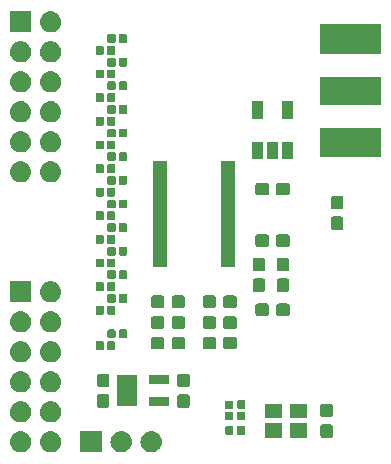
<source format=gts>
G04 #@! TF.GenerationSoftware,KiCad,Pcbnew,(5.0.1-3-g963ef8bb5)*
G04 #@! TF.CreationDate,2018-11-21T19:49:20+01:00*
G04 #@! TF.ProjectId,DAC_ISL5857,4441435F49534C353835372E6B696361,A*
G04 #@! TF.SameCoordinates,Original*
G04 #@! TF.FileFunction,Soldermask,Top*
G04 #@! TF.FilePolarity,Negative*
%FSLAX46Y46*%
G04 Gerber Fmt 4.6, Leading zero omitted, Abs format (unit mm)*
G04 Created by KiCad (PCBNEW (5.0.1-3-g963ef8bb5)) date Wednesday, 21 November 2018 at 19:49:20*
%MOMM*%
%LPD*%
G01*
G04 APERTURE LIST*
%ADD10C,0.100000*%
G04 APERTURE END LIST*
D10*
G36*
X142455362Y-118483545D02*
X142543588Y-118492234D01*
X142656789Y-118526573D01*
X142713390Y-118543743D01*
X142851980Y-118617822D01*
X142869879Y-118627389D01*
X142905609Y-118656712D01*
X143007044Y-118739956D01*
X143090122Y-118841189D01*
X143119611Y-118877121D01*
X143119612Y-118877123D01*
X143203257Y-119033610D01*
X143207730Y-119048357D01*
X143254766Y-119203412D01*
X143272158Y-119380000D01*
X143254766Y-119556588D01*
X143220427Y-119669789D01*
X143203257Y-119726390D01*
X143129178Y-119864980D01*
X143119611Y-119882879D01*
X143090288Y-119918609D01*
X143007044Y-120020044D01*
X142905609Y-120103288D01*
X142869879Y-120132611D01*
X142869877Y-120132612D01*
X142713390Y-120216257D01*
X142656789Y-120233427D01*
X142543588Y-120267766D01*
X142455362Y-120276455D01*
X142411250Y-120280800D01*
X142322750Y-120280800D01*
X142278638Y-120276455D01*
X142190412Y-120267766D01*
X142077211Y-120233427D01*
X142020610Y-120216257D01*
X141864123Y-120132612D01*
X141864121Y-120132611D01*
X141828391Y-120103288D01*
X141726956Y-120020044D01*
X141643712Y-119918609D01*
X141614389Y-119882879D01*
X141604822Y-119864980D01*
X141530743Y-119726390D01*
X141513573Y-119669789D01*
X141479234Y-119556588D01*
X141461842Y-119380000D01*
X141479234Y-119203412D01*
X141526270Y-119048357D01*
X141530743Y-119033610D01*
X141614388Y-118877123D01*
X141614389Y-118877121D01*
X141643878Y-118841189D01*
X141726956Y-118739956D01*
X141828391Y-118656712D01*
X141864121Y-118627389D01*
X141882020Y-118617822D01*
X142020610Y-118543743D01*
X142077211Y-118526573D01*
X142190412Y-118492234D01*
X142278638Y-118483545D01*
X142322750Y-118479200D01*
X142411250Y-118479200D01*
X142455362Y-118483545D01*
X142455362Y-118483545D01*
G37*
G36*
X139915362Y-118483545D02*
X140003588Y-118492234D01*
X140116789Y-118526573D01*
X140173390Y-118543743D01*
X140311980Y-118617822D01*
X140329879Y-118627389D01*
X140365609Y-118656712D01*
X140467044Y-118739956D01*
X140550122Y-118841189D01*
X140579611Y-118877121D01*
X140579612Y-118877123D01*
X140663257Y-119033610D01*
X140667730Y-119048357D01*
X140714766Y-119203412D01*
X140732158Y-119380000D01*
X140714766Y-119556588D01*
X140680427Y-119669789D01*
X140663257Y-119726390D01*
X140589178Y-119864980D01*
X140579611Y-119882879D01*
X140550288Y-119918609D01*
X140467044Y-120020044D01*
X140365609Y-120103288D01*
X140329879Y-120132611D01*
X140329877Y-120132612D01*
X140173390Y-120216257D01*
X140116789Y-120233427D01*
X140003588Y-120267766D01*
X139915362Y-120276455D01*
X139871250Y-120280800D01*
X139782750Y-120280800D01*
X139738638Y-120276455D01*
X139650412Y-120267766D01*
X139537211Y-120233427D01*
X139480610Y-120216257D01*
X139324123Y-120132612D01*
X139324121Y-120132611D01*
X139288391Y-120103288D01*
X139186956Y-120020044D01*
X139103712Y-119918609D01*
X139074389Y-119882879D01*
X139064822Y-119864980D01*
X138990743Y-119726390D01*
X138973573Y-119669789D01*
X138939234Y-119556588D01*
X138921842Y-119380000D01*
X138939234Y-119203412D01*
X138986270Y-119048357D01*
X138990743Y-119033610D01*
X139074388Y-118877123D01*
X139074389Y-118877121D01*
X139103878Y-118841189D01*
X139186956Y-118739956D01*
X139288391Y-118656712D01*
X139324121Y-118627389D01*
X139342020Y-118617822D01*
X139480610Y-118543743D01*
X139537211Y-118526573D01*
X139650412Y-118492234D01*
X139738638Y-118483545D01*
X139782750Y-118479200D01*
X139871250Y-118479200D01*
X139915362Y-118483545D01*
X139915362Y-118483545D01*
G37*
G36*
X138187800Y-120280800D02*
X136386200Y-120280800D01*
X136386200Y-118479200D01*
X138187800Y-118479200D01*
X138187800Y-120280800D01*
X138187800Y-120280800D01*
G37*
G36*
X133946362Y-118483545D02*
X134034588Y-118492234D01*
X134147789Y-118526573D01*
X134204390Y-118543743D01*
X134342980Y-118617822D01*
X134360879Y-118627389D01*
X134396609Y-118656712D01*
X134498044Y-118739956D01*
X134581122Y-118841189D01*
X134610611Y-118877121D01*
X134610612Y-118877123D01*
X134694257Y-119033610D01*
X134698730Y-119048357D01*
X134745766Y-119203412D01*
X134763158Y-119380000D01*
X134745766Y-119556588D01*
X134711427Y-119669789D01*
X134694257Y-119726390D01*
X134620178Y-119864980D01*
X134610611Y-119882879D01*
X134581288Y-119918609D01*
X134498044Y-120020044D01*
X134396609Y-120103288D01*
X134360879Y-120132611D01*
X134360877Y-120132612D01*
X134204390Y-120216257D01*
X134147789Y-120233427D01*
X134034588Y-120267766D01*
X133946362Y-120276455D01*
X133902250Y-120280800D01*
X133813750Y-120280800D01*
X133769638Y-120276455D01*
X133681412Y-120267766D01*
X133568211Y-120233427D01*
X133511610Y-120216257D01*
X133355123Y-120132612D01*
X133355121Y-120132611D01*
X133319391Y-120103288D01*
X133217956Y-120020044D01*
X133134712Y-119918609D01*
X133105389Y-119882879D01*
X133095822Y-119864980D01*
X133021743Y-119726390D01*
X133004573Y-119669789D01*
X132970234Y-119556588D01*
X132952842Y-119380000D01*
X132970234Y-119203412D01*
X133017270Y-119048357D01*
X133021743Y-119033610D01*
X133105388Y-118877123D01*
X133105389Y-118877121D01*
X133134878Y-118841189D01*
X133217956Y-118739956D01*
X133319391Y-118656712D01*
X133355121Y-118627389D01*
X133373020Y-118617822D01*
X133511610Y-118543743D01*
X133568211Y-118526573D01*
X133681412Y-118492234D01*
X133769638Y-118483545D01*
X133813750Y-118479200D01*
X133902250Y-118479200D01*
X133946362Y-118483545D01*
X133946362Y-118483545D01*
G37*
G36*
X131406362Y-118483545D02*
X131494588Y-118492234D01*
X131607789Y-118526573D01*
X131664390Y-118543743D01*
X131802980Y-118617822D01*
X131820879Y-118627389D01*
X131856609Y-118656712D01*
X131958044Y-118739956D01*
X132041122Y-118841189D01*
X132070611Y-118877121D01*
X132070612Y-118877123D01*
X132154257Y-119033610D01*
X132158730Y-119048357D01*
X132205766Y-119203412D01*
X132223158Y-119380000D01*
X132205766Y-119556588D01*
X132171427Y-119669789D01*
X132154257Y-119726390D01*
X132080178Y-119864980D01*
X132070611Y-119882879D01*
X132041288Y-119918609D01*
X131958044Y-120020044D01*
X131856609Y-120103288D01*
X131820879Y-120132611D01*
X131820877Y-120132612D01*
X131664390Y-120216257D01*
X131607789Y-120233427D01*
X131494588Y-120267766D01*
X131406362Y-120276455D01*
X131362250Y-120280800D01*
X131273750Y-120280800D01*
X131229638Y-120276455D01*
X131141412Y-120267766D01*
X131028211Y-120233427D01*
X130971610Y-120216257D01*
X130815123Y-120132612D01*
X130815121Y-120132611D01*
X130779391Y-120103288D01*
X130677956Y-120020044D01*
X130594712Y-119918609D01*
X130565389Y-119882879D01*
X130555822Y-119864980D01*
X130481743Y-119726390D01*
X130464573Y-119669789D01*
X130430234Y-119556588D01*
X130412842Y-119380000D01*
X130430234Y-119203412D01*
X130477270Y-119048357D01*
X130481743Y-119033610D01*
X130565388Y-118877123D01*
X130565389Y-118877121D01*
X130594878Y-118841189D01*
X130677956Y-118739956D01*
X130779391Y-118656712D01*
X130815121Y-118627389D01*
X130833020Y-118617822D01*
X130971610Y-118543743D01*
X131028211Y-118526573D01*
X131141412Y-118492234D01*
X131229638Y-118483545D01*
X131273750Y-118479200D01*
X131362250Y-118479200D01*
X131406362Y-118483545D01*
X131406362Y-118483545D01*
G37*
G36*
X157590377Y-117905643D02*
X157627855Y-117917013D01*
X157662404Y-117935479D01*
X157692677Y-117960323D01*
X157717521Y-117990596D01*
X157735987Y-118025145D01*
X157747357Y-118062623D01*
X157751800Y-118107738D01*
X157751800Y-118846262D01*
X157747357Y-118891377D01*
X157735987Y-118928855D01*
X157717521Y-118963404D01*
X157692677Y-118993677D01*
X157662404Y-119018521D01*
X157627855Y-119036987D01*
X157590377Y-119048357D01*
X157545262Y-119052800D01*
X156906738Y-119052800D01*
X156861623Y-119048357D01*
X156824145Y-119036987D01*
X156789596Y-119018521D01*
X156759323Y-118993677D01*
X156734479Y-118963404D01*
X156716013Y-118928855D01*
X156704643Y-118891377D01*
X156700200Y-118846262D01*
X156700200Y-118107738D01*
X156704643Y-118062623D01*
X156716013Y-118025145D01*
X156734479Y-117990596D01*
X156759323Y-117960323D01*
X156789596Y-117935479D01*
X156824145Y-117917013D01*
X156861623Y-117905643D01*
X156906738Y-117901200D01*
X157545262Y-117901200D01*
X157590377Y-117905643D01*
X157590377Y-117905643D01*
G37*
G36*
X155547800Y-119027800D02*
X154146200Y-119027800D01*
X154146200Y-117826200D01*
X155547800Y-117826200D01*
X155547800Y-119027800D01*
X155547800Y-119027800D01*
G37*
G36*
X153447800Y-119027800D02*
X152046200Y-119027800D01*
X152046200Y-117826200D01*
X153447800Y-117826200D01*
X153447800Y-119027800D01*
X153447800Y-119027800D01*
G37*
G36*
X150220821Y-118059414D02*
X150241415Y-118065662D01*
X150260397Y-118075808D01*
X150277037Y-118089463D01*
X150290692Y-118106103D01*
X150300838Y-118125085D01*
X150307086Y-118145679D01*
X150309800Y-118173240D01*
X150309800Y-118681760D01*
X150307086Y-118709321D01*
X150300838Y-118729915D01*
X150290692Y-118748897D01*
X150277037Y-118765537D01*
X150260397Y-118779192D01*
X150241415Y-118789338D01*
X150220821Y-118795586D01*
X150193260Y-118798300D01*
X149734740Y-118798300D01*
X149707179Y-118795586D01*
X149686585Y-118789338D01*
X149667603Y-118779192D01*
X149650963Y-118765537D01*
X149637308Y-118748897D01*
X149627162Y-118729915D01*
X149620914Y-118709321D01*
X149618200Y-118681760D01*
X149618200Y-118173240D01*
X149620914Y-118145679D01*
X149627162Y-118125085D01*
X149637308Y-118106103D01*
X149650963Y-118089463D01*
X149667603Y-118075808D01*
X149686585Y-118065662D01*
X149707179Y-118059414D01*
X149734740Y-118056700D01*
X150193260Y-118056700D01*
X150220821Y-118059414D01*
X150220821Y-118059414D01*
G37*
G36*
X149250821Y-118059414D02*
X149271415Y-118065662D01*
X149290397Y-118075808D01*
X149307037Y-118089463D01*
X149320692Y-118106103D01*
X149330838Y-118125085D01*
X149337086Y-118145679D01*
X149339800Y-118173240D01*
X149339800Y-118681760D01*
X149337086Y-118709321D01*
X149330838Y-118729915D01*
X149320692Y-118748897D01*
X149307037Y-118765537D01*
X149290397Y-118779192D01*
X149271415Y-118789338D01*
X149250821Y-118795586D01*
X149223260Y-118798300D01*
X148764740Y-118798300D01*
X148737179Y-118795586D01*
X148716585Y-118789338D01*
X148697603Y-118779192D01*
X148680963Y-118765537D01*
X148667308Y-118748897D01*
X148657162Y-118729915D01*
X148650914Y-118709321D01*
X148648200Y-118681760D01*
X148648200Y-118173240D01*
X148650914Y-118145679D01*
X148657162Y-118125085D01*
X148667308Y-118106103D01*
X148680963Y-118089463D01*
X148697603Y-118075808D01*
X148716585Y-118065662D01*
X148737179Y-118059414D01*
X148764740Y-118056700D01*
X149223260Y-118056700D01*
X149250821Y-118059414D01*
X149250821Y-118059414D01*
G37*
G36*
X133946362Y-115943545D02*
X134034588Y-115952234D01*
X134132851Y-115982042D01*
X134204390Y-116003743D01*
X134280395Y-116044369D01*
X134360879Y-116087389D01*
X134396609Y-116116712D01*
X134498044Y-116199956D01*
X134581122Y-116301189D01*
X134610611Y-116337121D01*
X134610612Y-116337123D01*
X134694257Y-116493610D01*
X134703596Y-116524397D01*
X134745766Y-116663412D01*
X134763158Y-116840000D01*
X134745766Y-117016588D01*
X134723136Y-117091189D01*
X134694257Y-117186390D01*
X134640486Y-117286987D01*
X134610611Y-117342879D01*
X134587615Y-117370900D01*
X134498044Y-117480044D01*
X134403250Y-117557838D01*
X134360879Y-117592611D01*
X134360877Y-117592612D01*
X134204390Y-117676257D01*
X134147789Y-117693427D01*
X134034588Y-117727766D01*
X133946362Y-117736455D01*
X133902250Y-117740800D01*
X133813750Y-117740800D01*
X133769638Y-117736455D01*
X133681412Y-117727766D01*
X133568211Y-117693427D01*
X133511610Y-117676257D01*
X133355123Y-117592612D01*
X133355121Y-117592611D01*
X133312750Y-117557838D01*
X133217956Y-117480044D01*
X133128385Y-117370900D01*
X133105389Y-117342879D01*
X133075514Y-117286987D01*
X133021743Y-117186390D01*
X132992864Y-117091189D01*
X132970234Y-117016588D01*
X132952842Y-116840000D01*
X132970234Y-116663412D01*
X133012404Y-116524397D01*
X133021743Y-116493610D01*
X133105388Y-116337123D01*
X133105389Y-116337121D01*
X133134878Y-116301189D01*
X133217956Y-116199956D01*
X133319391Y-116116712D01*
X133355121Y-116087389D01*
X133435605Y-116044369D01*
X133511610Y-116003743D01*
X133583149Y-115982042D01*
X133681412Y-115952234D01*
X133769638Y-115943545D01*
X133813750Y-115939200D01*
X133902250Y-115939200D01*
X133946362Y-115943545D01*
X133946362Y-115943545D01*
G37*
G36*
X131406362Y-115943545D02*
X131494588Y-115952234D01*
X131592851Y-115982042D01*
X131664390Y-116003743D01*
X131740395Y-116044369D01*
X131820879Y-116087389D01*
X131856609Y-116116712D01*
X131958044Y-116199956D01*
X132041122Y-116301189D01*
X132070611Y-116337121D01*
X132070612Y-116337123D01*
X132154257Y-116493610D01*
X132163596Y-116524397D01*
X132205766Y-116663412D01*
X132223158Y-116840000D01*
X132205766Y-117016588D01*
X132183136Y-117091189D01*
X132154257Y-117186390D01*
X132100486Y-117286987D01*
X132070611Y-117342879D01*
X132047615Y-117370900D01*
X131958044Y-117480044D01*
X131863250Y-117557838D01*
X131820879Y-117592611D01*
X131820877Y-117592612D01*
X131664390Y-117676257D01*
X131607789Y-117693427D01*
X131494588Y-117727766D01*
X131406362Y-117736455D01*
X131362250Y-117740800D01*
X131273750Y-117740800D01*
X131229638Y-117736455D01*
X131141412Y-117727766D01*
X131028211Y-117693427D01*
X130971610Y-117676257D01*
X130815123Y-117592612D01*
X130815121Y-117592611D01*
X130772750Y-117557838D01*
X130677956Y-117480044D01*
X130588385Y-117370900D01*
X130565389Y-117342879D01*
X130535514Y-117286987D01*
X130481743Y-117186390D01*
X130452864Y-117091189D01*
X130430234Y-117016588D01*
X130412842Y-116840000D01*
X130430234Y-116663412D01*
X130472404Y-116524397D01*
X130481743Y-116493610D01*
X130565388Y-116337123D01*
X130565389Y-116337121D01*
X130594878Y-116301189D01*
X130677956Y-116199956D01*
X130779391Y-116116712D01*
X130815121Y-116087389D01*
X130895605Y-116044369D01*
X130971610Y-116003743D01*
X131043149Y-115982042D01*
X131141412Y-115952234D01*
X131229638Y-115943545D01*
X131273750Y-115939200D01*
X131362250Y-115939200D01*
X131406362Y-115943545D01*
X131406362Y-115943545D01*
G37*
G36*
X149252821Y-116877914D02*
X149273415Y-116884162D01*
X149292397Y-116894308D01*
X149309037Y-116907963D01*
X149322692Y-116924603D01*
X149332838Y-116943585D01*
X149339086Y-116964179D01*
X149341800Y-116991740D01*
X149341800Y-117450260D01*
X149339086Y-117477821D01*
X149332838Y-117498415D01*
X149322692Y-117517397D01*
X149309037Y-117534037D01*
X149292397Y-117547692D01*
X149273415Y-117557838D01*
X149252821Y-117564086D01*
X149225260Y-117566800D01*
X148716740Y-117566800D01*
X148689179Y-117564086D01*
X148668585Y-117557838D01*
X148649603Y-117547692D01*
X148632963Y-117534037D01*
X148619308Y-117517397D01*
X148609162Y-117498415D01*
X148602914Y-117477821D01*
X148600200Y-117450260D01*
X148600200Y-116991740D01*
X148602914Y-116964179D01*
X148609162Y-116943585D01*
X148619308Y-116924603D01*
X148632963Y-116907963D01*
X148649603Y-116894308D01*
X148668585Y-116884162D01*
X148689179Y-116877914D01*
X148716740Y-116875200D01*
X149225260Y-116875200D01*
X149252821Y-116877914D01*
X149252821Y-116877914D01*
G37*
G36*
X150268821Y-116854914D02*
X150289415Y-116861162D01*
X150308397Y-116871308D01*
X150325037Y-116884963D01*
X150338692Y-116901603D01*
X150348838Y-116920585D01*
X150355086Y-116941179D01*
X150357800Y-116968740D01*
X150357800Y-117427260D01*
X150355086Y-117454821D01*
X150348838Y-117475415D01*
X150338692Y-117494397D01*
X150325037Y-117511037D01*
X150308397Y-117524692D01*
X150289415Y-117534838D01*
X150268821Y-117541086D01*
X150241260Y-117543800D01*
X149732740Y-117543800D01*
X149705179Y-117541086D01*
X149684585Y-117534838D01*
X149665603Y-117524692D01*
X149648963Y-117511037D01*
X149635308Y-117494397D01*
X149625162Y-117475415D01*
X149618914Y-117454821D01*
X149616200Y-117427260D01*
X149616200Y-116968740D01*
X149618914Y-116941179D01*
X149625162Y-116920585D01*
X149635308Y-116901603D01*
X149648963Y-116884963D01*
X149665603Y-116871308D01*
X149684585Y-116861162D01*
X149705179Y-116854914D01*
X149732740Y-116852200D01*
X150241260Y-116852200D01*
X150268821Y-116854914D01*
X150268821Y-116854914D01*
G37*
G36*
X155547800Y-117377800D02*
X154146200Y-117377800D01*
X154146200Y-116176200D01*
X155547800Y-116176200D01*
X155547800Y-117377800D01*
X155547800Y-117377800D01*
G37*
G36*
X153447800Y-117377800D02*
X152046200Y-117377800D01*
X152046200Y-116176200D01*
X153447800Y-116176200D01*
X153447800Y-117377800D01*
X153447800Y-117377800D01*
G37*
G36*
X157590377Y-116155643D02*
X157627855Y-116167013D01*
X157662404Y-116185479D01*
X157692677Y-116210323D01*
X157717521Y-116240596D01*
X157735987Y-116275145D01*
X157747357Y-116312623D01*
X157751800Y-116357738D01*
X157751800Y-117096262D01*
X157747357Y-117141377D01*
X157735987Y-117178855D01*
X157717521Y-117213404D01*
X157692677Y-117243677D01*
X157662404Y-117268521D01*
X157627855Y-117286987D01*
X157590377Y-117298357D01*
X157545262Y-117302800D01*
X156906738Y-117302800D01*
X156861623Y-117298357D01*
X156824145Y-117286987D01*
X156789596Y-117268521D01*
X156759323Y-117243677D01*
X156734479Y-117213404D01*
X156716013Y-117178855D01*
X156704643Y-117141377D01*
X156700200Y-117096262D01*
X156700200Y-116357738D01*
X156704643Y-116312623D01*
X156716013Y-116275145D01*
X156734479Y-116240596D01*
X156759323Y-116210323D01*
X156789596Y-116185479D01*
X156824145Y-116167013D01*
X156861623Y-116155643D01*
X156906738Y-116151200D01*
X157545262Y-116151200D01*
X157590377Y-116155643D01*
X157590377Y-116155643D01*
G37*
G36*
X149252821Y-115907914D02*
X149273415Y-115914162D01*
X149292397Y-115924308D01*
X149309037Y-115937963D01*
X149322692Y-115954603D01*
X149332838Y-115973585D01*
X149339086Y-115994179D01*
X149341800Y-116021740D01*
X149341800Y-116480260D01*
X149339086Y-116507821D01*
X149332838Y-116528415D01*
X149322692Y-116547397D01*
X149309037Y-116564037D01*
X149292397Y-116577692D01*
X149273415Y-116587838D01*
X149252821Y-116594086D01*
X149225260Y-116596800D01*
X148716740Y-116596800D01*
X148689179Y-116594086D01*
X148668585Y-116587838D01*
X148649603Y-116577692D01*
X148632963Y-116564037D01*
X148619308Y-116547397D01*
X148609162Y-116528415D01*
X148602914Y-116507821D01*
X148600200Y-116480260D01*
X148600200Y-116021740D01*
X148602914Y-115994179D01*
X148609162Y-115973585D01*
X148619308Y-115954603D01*
X148632963Y-115937963D01*
X148649603Y-115924308D01*
X148668585Y-115914162D01*
X148689179Y-115907914D01*
X148716740Y-115905200D01*
X149225260Y-115905200D01*
X149252821Y-115907914D01*
X149252821Y-115907914D01*
G37*
G36*
X150268821Y-115884914D02*
X150289415Y-115891162D01*
X150308397Y-115901308D01*
X150325037Y-115914963D01*
X150338692Y-115931603D01*
X150348838Y-115950585D01*
X150355086Y-115971179D01*
X150357800Y-115998740D01*
X150357800Y-116457260D01*
X150355086Y-116484821D01*
X150348838Y-116505415D01*
X150338692Y-116524397D01*
X150325037Y-116541037D01*
X150308397Y-116554692D01*
X150289415Y-116564838D01*
X150268821Y-116571086D01*
X150241260Y-116573800D01*
X149732740Y-116573800D01*
X149705179Y-116571086D01*
X149684585Y-116564838D01*
X149665603Y-116554692D01*
X149648963Y-116541037D01*
X149635308Y-116524397D01*
X149625162Y-116505415D01*
X149618914Y-116484821D01*
X149616200Y-116457260D01*
X149616200Y-115998740D01*
X149618914Y-115971179D01*
X149625162Y-115950585D01*
X149635308Y-115931603D01*
X149648963Y-115914963D01*
X149665603Y-115901308D01*
X149684585Y-115891162D01*
X149705179Y-115884914D01*
X149732740Y-115882200D01*
X150241260Y-115882200D01*
X150268821Y-115884914D01*
X150268821Y-115884914D01*
G37*
G36*
X138664377Y-115365643D02*
X138701855Y-115377013D01*
X138736404Y-115395479D01*
X138766677Y-115420323D01*
X138791521Y-115450596D01*
X138809987Y-115485145D01*
X138821357Y-115522623D01*
X138825800Y-115567738D01*
X138825800Y-116306262D01*
X138821357Y-116351377D01*
X138809987Y-116388855D01*
X138791521Y-116423404D01*
X138766677Y-116453677D01*
X138736404Y-116478521D01*
X138701855Y-116496987D01*
X138664377Y-116508357D01*
X138619262Y-116512800D01*
X137980738Y-116512800D01*
X137935623Y-116508357D01*
X137898145Y-116496987D01*
X137863596Y-116478521D01*
X137833323Y-116453677D01*
X137808479Y-116423404D01*
X137790013Y-116388855D01*
X137778643Y-116351377D01*
X137774200Y-116306262D01*
X137774200Y-115567738D01*
X137778643Y-115522623D01*
X137790013Y-115485145D01*
X137808479Y-115450596D01*
X137833323Y-115420323D01*
X137863596Y-115395479D01*
X137898145Y-115377013D01*
X137935623Y-115365643D01*
X137980738Y-115361200D01*
X138619262Y-115361200D01*
X138664377Y-115365643D01*
X138664377Y-115365643D01*
G37*
G36*
X145464377Y-115365643D02*
X145501855Y-115377013D01*
X145536404Y-115395479D01*
X145566677Y-115420323D01*
X145591521Y-115450596D01*
X145609987Y-115485145D01*
X145621357Y-115522623D01*
X145625800Y-115567738D01*
X145625800Y-116306262D01*
X145621357Y-116351377D01*
X145609987Y-116388855D01*
X145591521Y-116423404D01*
X145566677Y-116453677D01*
X145536404Y-116478521D01*
X145501855Y-116496987D01*
X145464377Y-116508357D01*
X145419262Y-116512800D01*
X144780738Y-116512800D01*
X144735623Y-116508357D01*
X144698145Y-116496987D01*
X144663596Y-116478521D01*
X144633323Y-116453677D01*
X144608479Y-116423404D01*
X144590013Y-116388855D01*
X144578643Y-116351377D01*
X144574200Y-116306262D01*
X144574200Y-115567738D01*
X144578643Y-115522623D01*
X144590013Y-115485145D01*
X144608479Y-115450596D01*
X144633323Y-115420323D01*
X144663596Y-115395479D01*
X144698145Y-115377013D01*
X144735623Y-115365643D01*
X144780738Y-115361200D01*
X145419262Y-115361200D01*
X145464377Y-115365643D01*
X145464377Y-115365643D01*
G37*
G36*
X141154546Y-116387800D02*
X139492946Y-116387800D01*
X139492946Y-113736200D01*
X141154546Y-113736200D01*
X141154546Y-116387800D01*
X141154546Y-116387800D01*
G37*
G36*
X143854546Y-116387800D02*
X142192946Y-116387800D01*
X142192946Y-115636200D01*
X143854546Y-115636200D01*
X143854546Y-116387800D01*
X143854546Y-116387800D01*
G37*
G36*
X133946362Y-113403545D02*
X134034588Y-113412234D01*
X134147789Y-113446573D01*
X134204390Y-113463743D01*
X134342980Y-113537822D01*
X134360879Y-113547389D01*
X134396609Y-113576712D01*
X134498044Y-113659956D01*
X134581288Y-113761391D01*
X134610611Y-113797121D01*
X134610612Y-113797123D01*
X134694257Y-113953610D01*
X134694257Y-113953611D01*
X134745766Y-114123412D01*
X134763158Y-114300000D01*
X134745766Y-114476588D01*
X134738694Y-114499900D01*
X134694257Y-114646390D01*
X134640486Y-114746987D01*
X134610611Y-114802879D01*
X134581288Y-114838609D01*
X134498044Y-114940044D01*
X134396609Y-115023288D01*
X134360879Y-115052611D01*
X134360877Y-115052612D01*
X134204390Y-115136257D01*
X134147789Y-115153427D01*
X134034588Y-115187766D01*
X133946362Y-115196455D01*
X133902250Y-115200800D01*
X133813750Y-115200800D01*
X133769638Y-115196455D01*
X133681412Y-115187766D01*
X133568211Y-115153427D01*
X133511610Y-115136257D01*
X133355123Y-115052612D01*
X133355121Y-115052611D01*
X133319391Y-115023288D01*
X133217956Y-114940044D01*
X133134712Y-114838609D01*
X133105389Y-114802879D01*
X133075514Y-114746987D01*
X133021743Y-114646390D01*
X132977306Y-114499900D01*
X132970234Y-114476588D01*
X132952842Y-114300000D01*
X132970234Y-114123412D01*
X133021743Y-113953611D01*
X133021743Y-113953610D01*
X133105388Y-113797123D01*
X133105389Y-113797121D01*
X133134712Y-113761391D01*
X133217956Y-113659956D01*
X133319391Y-113576712D01*
X133355121Y-113547389D01*
X133373020Y-113537822D01*
X133511610Y-113463743D01*
X133568211Y-113446573D01*
X133681412Y-113412234D01*
X133769638Y-113403545D01*
X133813750Y-113399200D01*
X133902250Y-113399200D01*
X133946362Y-113403545D01*
X133946362Y-113403545D01*
G37*
G36*
X131406362Y-113403545D02*
X131494588Y-113412234D01*
X131607789Y-113446573D01*
X131664390Y-113463743D01*
X131802980Y-113537822D01*
X131820879Y-113547389D01*
X131856609Y-113576712D01*
X131958044Y-113659956D01*
X132041288Y-113761391D01*
X132070611Y-113797121D01*
X132070612Y-113797123D01*
X132154257Y-113953610D01*
X132154257Y-113953611D01*
X132205766Y-114123412D01*
X132223158Y-114300000D01*
X132205766Y-114476588D01*
X132198694Y-114499900D01*
X132154257Y-114646390D01*
X132100486Y-114746987D01*
X132070611Y-114802879D01*
X132041288Y-114838609D01*
X131958044Y-114940044D01*
X131856609Y-115023288D01*
X131820879Y-115052611D01*
X131820877Y-115052612D01*
X131664390Y-115136257D01*
X131607789Y-115153427D01*
X131494588Y-115187766D01*
X131406362Y-115196455D01*
X131362250Y-115200800D01*
X131273750Y-115200800D01*
X131229638Y-115196455D01*
X131141412Y-115187766D01*
X131028211Y-115153427D01*
X130971610Y-115136257D01*
X130815123Y-115052612D01*
X130815121Y-115052611D01*
X130779391Y-115023288D01*
X130677956Y-114940044D01*
X130594712Y-114838609D01*
X130565389Y-114802879D01*
X130535514Y-114746987D01*
X130481743Y-114646390D01*
X130437306Y-114499900D01*
X130430234Y-114476588D01*
X130412842Y-114300000D01*
X130430234Y-114123412D01*
X130481743Y-113953611D01*
X130481743Y-113953610D01*
X130565388Y-113797123D01*
X130565389Y-113797121D01*
X130594712Y-113761391D01*
X130677956Y-113659956D01*
X130779391Y-113576712D01*
X130815121Y-113547389D01*
X130833020Y-113537822D01*
X130971610Y-113463743D01*
X131028211Y-113446573D01*
X131141412Y-113412234D01*
X131229638Y-113403545D01*
X131273750Y-113399200D01*
X131362250Y-113399200D01*
X131406362Y-113403545D01*
X131406362Y-113403545D01*
G37*
G36*
X145464377Y-113615643D02*
X145501855Y-113627013D01*
X145536404Y-113645479D01*
X145566677Y-113670323D01*
X145591521Y-113700596D01*
X145609987Y-113735145D01*
X145621357Y-113772623D01*
X145625800Y-113817738D01*
X145625800Y-114556262D01*
X145621357Y-114601377D01*
X145609987Y-114638855D01*
X145591521Y-114673404D01*
X145566677Y-114703677D01*
X145536404Y-114728521D01*
X145501855Y-114746987D01*
X145464377Y-114758357D01*
X145419262Y-114762800D01*
X144780738Y-114762800D01*
X144735623Y-114758357D01*
X144698145Y-114746987D01*
X144663596Y-114728521D01*
X144633323Y-114703677D01*
X144608479Y-114673404D01*
X144590013Y-114638855D01*
X144578643Y-114601377D01*
X144574200Y-114556262D01*
X144574200Y-113817738D01*
X144578643Y-113772623D01*
X144590013Y-113735145D01*
X144608479Y-113700596D01*
X144633323Y-113670323D01*
X144663596Y-113645479D01*
X144698145Y-113627013D01*
X144735623Y-113615643D01*
X144780738Y-113611200D01*
X145419262Y-113611200D01*
X145464377Y-113615643D01*
X145464377Y-113615643D01*
G37*
G36*
X138664377Y-113615643D02*
X138701855Y-113627013D01*
X138736404Y-113645479D01*
X138766677Y-113670323D01*
X138791521Y-113700596D01*
X138809987Y-113735145D01*
X138821357Y-113772623D01*
X138825800Y-113817738D01*
X138825800Y-114556262D01*
X138821357Y-114601377D01*
X138809987Y-114638855D01*
X138791521Y-114673404D01*
X138766677Y-114703677D01*
X138736404Y-114728521D01*
X138701855Y-114746987D01*
X138664377Y-114758357D01*
X138619262Y-114762800D01*
X137980738Y-114762800D01*
X137935623Y-114758357D01*
X137898145Y-114746987D01*
X137863596Y-114728521D01*
X137833323Y-114703677D01*
X137808479Y-114673404D01*
X137790013Y-114638855D01*
X137778643Y-114601377D01*
X137774200Y-114556262D01*
X137774200Y-113817738D01*
X137778643Y-113772623D01*
X137790013Y-113735145D01*
X137808479Y-113700596D01*
X137833323Y-113670323D01*
X137863596Y-113645479D01*
X137898145Y-113627013D01*
X137935623Y-113615643D01*
X137980738Y-113611200D01*
X138619262Y-113611200D01*
X138664377Y-113615643D01*
X138664377Y-113615643D01*
G37*
G36*
X143854546Y-114487800D02*
X142192946Y-114487800D01*
X142192946Y-113736200D01*
X143854546Y-113736200D01*
X143854546Y-114487800D01*
X143854546Y-114487800D01*
G37*
G36*
X133946362Y-110863545D02*
X134034588Y-110872234D01*
X134147789Y-110906573D01*
X134204390Y-110923743D01*
X134264816Y-110956042D01*
X134360879Y-111007389D01*
X134374258Y-111018369D01*
X134498044Y-111119956D01*
X134581288Y-111221391D01*
X134610611Y-111257121D01*
X134610612Y-111257123D01*
X134694257Y-111413610D01*
X134694257Y-111413611D01*
X134745766Y-111583412D01*
X134763158Y-111760000D01*
X134745766Y-111936588D01*
X134711427Y-112049789D01*
X134694257Y-112106390D01*
X134620178Y-112244980D01*
X134610611Y-112262879D01*
X134581288Y-112298609D01*
X134498044Y-112400044D01*
X134396609Y-112483288D01*
X134360879Y-112512611D01*
X134360877Y-112512612D01*
X134204390Y-112596257D01*
X134147789Y-112613427D01*
X134034588Y-112647766D01*
X133946362Y-112656455D01*
X133902250Y-112660800D01*
X133813750Y-112660800D01*
X133769638Y-112656455D01*
X133681412Y-112647766D01*
X133568211Y-112613427D01*
X133511610Y-112596257D01*
X133355123Y-112512612D01*
X133355121Y-112512611D01*
X133319391Y-112483288D01*
X133217956Y-112400044D01*
X133134712Y-112298609D01*
X133105389Y-112262879D01*
X133095822Y-112244980D01*
X133021743Y-112106390D01*
X133004573Y-112049789D01*
X132970234Y-111936588D01*
X132952842Y-111760000D01*
X132970234Y-111583412D01*
X133021743Y-111413611D01*
X133021743Y-111413610D01*
X133105388Y-111257123D01*
X133105389Y-111257121D01*
X133134712Y-111221391D01*
X133217956Y-111119956D01*
X133341742Y-111018369D01*
X133355121Y-111007389D01*
X133451184Y-110956042D01*
X133511610Y-110923743D01*
X133568211Y-110906573D01*
X133681412Y-110872234D01*
X133769638Y-110863545D01*
X133813750Y-110859200D01*
X133902250Y-110859200D01*
X133946362Y-110863545D01*
X133946362Y-110863545D01*
G37*
G36*
X131406362Y-110863545D02*
X131494588Y-110872234D01*
X131607789Y-110906573D01*
X131664390Y-110923743D01*
X131724816Y-110956042D01*
X131820879Y-111007389D01*
X131834258Y-111018369D01*
X131958044Y-111119956D01*
X132041288Y-111221391D01*
X132070611Y-111257121D01*
X132070612Y-111257123D01*
X132154257Y-111413610D01*
X132154257Y-111413611D01*
X132205766Y-111583412D01*
X132223158Y-111760000D01*
X132205766Y-111936588D01*
X132171427Y-112049789D01*
X132154257Y-112106390D01*
X132080178Y-112244980D01*
X132070611Y-112262879D01*
X132041288Y-112298609D01*
X131958044Y-112400044D01*
X131856609Y-112483288D01*
X131820879Y-112512611D01*
X131820877Y-112512612D01*
X131664390Y-112596257D01*
X131607789Y-112613427D01*
X131494588Y-112647766D01*
X131406362Y-112656455D01*
X131362250Y-112660800D01*
X131273750Y-112660800D01*
X131229638Y-112656455D01*
X131141412Y-112647766D01*
X131028211Y-112613427D01*
X130971610Y-112596257D01*
X130815123Y-112512612D01*
X130815121Y-112512611D01*
X130779391Y-112483288D01*
X130677956Y-112400044D01*
X130594712Y-112298609D01*
X130565389Y-112262879D01*
X130555822Y-112244980D01*
X130481743Y-112106390D01*
X130464573Y-112049789D01*
X130430234Y-111936588D01*
X130412842Y-111760000D01*
X130430234Y-111583412D01*
X130481743Y-111413611D01*
X130481743Y-111413610D01*
X130565388Y-111257123D01*
X130565389Y-111257121D01*
X130594712Y-111221391D01*
X130677956Y-111119956D01*
X130801742Y-111018369D01*
X130815121Y-111007389D01*
X130911184Y-110956042D01*
X130971610Y-110923743D01*
X131028211Y-110906573D01*
X131141412Y-110872234D01*
X131229638Y-110863545D01*
X131273750Y-110859200D01*
X131362250Y-110859200D01*
X131406362Y-110863545D01*
X131406362Y-110863545D01*
G37*
G36*
X139241821Y-110881914D02*
X139262415Y-110888162D01*
X139281397Y-110898308D01*
X139298037Y-110911963D01*
X139311692Y-110928603D01*
X139321838Y-110947585D01*
X139328086Y-110968179D01*
X139330800Y-110995740D01*
X139330800Y-111504260D01*
X139328086Y-111531821D01*
X139321838Y-111552415D01*
X139311692Y-111571397D01*
X139298037Y-111588037D01*
X139281397Y-111601692D01*
X139262415Y-111611838D01*
X139241821Y-111618086D01*
X139214260Y-111620800D01*
X138755740Y-111620800D01*
X138728179Y-111618086D01*
X138707585Y-111611838D01*
X138688603Y-111601692D01*
X138671963Y-111588037D01*
X138658308Y-111571397D01*
X138648162Y-111552415D01*
X138641914Y-111531821D01*
X138639200Y-111504260D01*
X138639200Y-110995740D01*
X138641914Y-110968179D01*
X138648162Y-110947585D01*
X138658308Y-110928603D01*
X138671963Y-110911963D01*
X138688603Y-110898308D01*
X138707585Y-110888162D01*
X138728179Y-110881914D01*
X138755740Y-110879200D01*
X139214260Y-110879200D01*
X139241821Y-110881914D01*
X139241821Y-110881914D01*
G37*
G36*
X138271821Y-110881914D02*
X138292415Y-110888162D01*
X138311397Y-110898308D01*
X138328037Y-110911963D01*
X138341692Y-110928603D01*
X138351838Y-110947585D01*
X138358086Y-110968179D01*
X138360800Y-110995740D01*
X138360800Y-111504260D01*
X138358086Y-111531821D01*
X138351838Y-111552415D01*
X138341692Y-111571397D01*
X138328037Y-111588037D01*
X138311397Y-111601692D01*
X138292415Y-111611838D01*
X138271821Y-111618086D01*
X138244260Y-111620800D01*
X137785740Y-111620800D01*
X137758179Y-111618086D01*
X137737585Y-111611838D01*
X137718603Y-111601692D01*
X137701963Y-111588037D01*
X137688308Y-111571397D01*
X137678162Y-111552415D01*
X137671914Y-111531821D01*
X137669200Y-111504260D01*
X137669200Y-110995740D01*
X137671914Y-110968179D01*
X137678162Y-110947585D01*
X137688308Y-110928603D01*
X137701963Y-110911963D01*
X137718603Y-110898308D01*
X137737585Y-110888162D01*
X137758179Y-110881914D01*
X137785740Y-110879200D01*
X138244260Y-110879200D01*
X138271821Y-110881914D01*
X138271821Y-110881914D01*
G37*
G36*
X145086839Y-110504766D02*
X145124317Y-110516136D01*
X145158866Y-110534602D01*
X145189139Y-110559446D01*
X145213983Y-110589719D01*
X145232449Y-110624268D01*
X145243819Y-110661746D01*
X145248262Y-110706861D01*
X145248262Y-111345385D01*
X145243819Y-111390500D01*
X145232449Y-111427978D01*
X145213983Y-111462527D01*
X145189139Y-111492800D01*
X145158866Y-111517644D01*
X145124317Y-111536110D01*
X145086839Y-111547480D01*
X145041724Y-111551923D01*
X144303200Y-111551923D01*
X144258085Y-111547480D01*
X144220607Y-111536110D01*
X144186058Y-111517644D01*
X144155785Y-111492800D01*
X144130941Y-111462527D01*
X144112475Y-111427978D01*
X144101105Y-111390500D01*
X144096662Y-111345385D01*
X144096662Y-110706861D01*
X144101105Y-110661746D01*
X144112475Y-110624268D01*
X144130941Y-110589719D01*
X144155785Y-110559446D01*
X144186058Y-110534602D01*
X144220607Y-110516136D01*
X144258085Y-110504766D01*
X144303200Y-110500323D01*
X145041724Y-110500323D01*
X145086839Y-110504766D01*
X145086839Y-110504766D01*
G37*
G36*
X143336839Y-110504766D02*
X143374317Y-110516136D01*
X143408866Y-110534602D01*
X143439139Y-110559446D01*
X143463983Y-110589719D01*
X143482449Y-110624268D01*
X143493819Y-110661746D01*
X143498262Y-110706861D01*
X143498262Y-111345385D01*
X143493819Y-111390500D01*
X143482449Y-111427978D01*
X143463983Y-111462527D01*
X143439139Y-111492800D01*
X143408866Y-111517644D01*
X143374317Y-111536110D01*
X143336839Y-111547480D01*
X143291724Y-111551923D01*
X142553200Y-111551923D01*
X142508085Y-111547480D01*
X142470607Y-111536110D01*
X142436058Y-111517644D01*
X142405785Y-111492800D01*
X142380941Y-111462527D01*
X142362475Y-111427978D01*
X142351105Y-111390500D01*
X142346662Y-111345385D01*
X142346662Y-110706861D01*
X142351105Y-110661746D01*
X142362475Y-110624268D01*
X142380941Y-110589719D01*
X142405785Y-110559446D01*
X142436058Y-110534602D01*
X142470607Y-110516136D01*
X142508085Y-110504766D01*
X142553200Y-110500323D01*
X143291724Y-110500323D01*
X143336839Y-110504766D01*
X143336839Y-110504766D01*
G37*
G36*
X147716377Y-110503643D02*
X147753855Y-110515013D01*
X147788404Y-110533479D01*
X147818677Y-110558323D01*
X147843521Y-110588596D01*
X147861987Y-110623145D01*
X147873357Y-110660623D01*
X147877800Y-110705738D01*
X147877800Y-111344262D01*
X147873357Y-111389377D01*
X147861987Y-111426855D01*
X147843521Y-111461404D01*
X147818677Y-111491677D01*
X147788404Y-111516521D01*
X147753855Y-111534987D01*
X147716377Y-111546357D01*
X147671262Y-111550800D01*
X146932738Y-111550800D01*
X146887623Y-111546357D01*
X146850145Y-111534987D01*
X146815596Y-111516521D01*
X146785323Y-111491677D01*
X146760479Y-111461404D01*
X146742013Y-111426855D01*
X146730643Y-111389377D01*
X146726200Y-111344262D01*
X146726200Y-110705738D01*
X146730643Y-110660623D01*
X146742013Y-110623145D01*
X146760479Y-110588596D01*
X146785323Y-110558323D01*
X146815596Y-110533479D01*
X146850145Y-110515013D01*
X146887623Y-110503643D01*
X146932738Y-110499200D01*
X147671262Y-110499200D01*
X147716377Y-110503643D01*
X147716377Y-110503643D01*
G37*
G36*
X149466377Y-110503643D02*
X149503855Y-110515013D01*
X149538404Y-110533479D01*
X149568677Y-110558323D01*
X149593521Y-110588596D01*
X149611987Y-110623145D01*
X149623357Y-110660623D01*
X149627800Y-110705738D01*
X149627800Y-111344262D01*
X149623357Y-111389377D01*
X149611987Y-111426855D01*
X149593521Y-111461404D01*
X149568677Y-111491677D01*
X149538404Y-111516521D01*
X149503855Y-111534987D01*
X149466377Y-111546357D01*
X149421262Y-111550800D01*
X148682738Y-111550800D01*
X148637623Y-111546357D01*
X148600145Y-111534987D01*
X148565596Y-111516521D01*
X148535323Y-111491677D01*
X148510479Y-111461404D01*
X148492013Y-111426855D01*
X148480643Y-111389377D01*
X148476200Y-111344262D01*
X148476200Y-110705738D01*
X148480643Y-110660623D01*
X148492013Y-110623145D01*
X148510479Y-110588596D01*
X148535323Y-110558323D01*
X148565596Y-110533479D01*
X148600145Y-110515013D01*
X148637623Y-110503643D01*
X148682738Y-110499200D01*
X149421262Y-110499200D01*
X149466377Y-110503643D01*
X149466377Y-110503643D01*
G37*
G36*
X139271821Y-109881914D02*
X139292415Y-109888162D01*
X139311397Y-109898308D01*
X139328037Y-109911963D01*
X139341692Y-109928603D01*
X139351838Y-109947585D01*
X139358086Y-109968179D01*
X139360800Y-109995740D01*
X139360800Y-110504260D01*
X139358086Y-110531821D01*
X139351838Y-110552415D01*
X139341692Y-110571397D01*
X139328037Y-110588037D01*
X139311397Y-110601692D01*
X139292415Y-110611838D01*
X139271821Y-110618086D01*
X139244260Y-110620800D01*
X138785740Y-110620800D01*
X138758179Y-110618086D01*
X138737585Y-110611838D01*
X138718603Y-110601692D01*
X138701963Y-110588037D01*
X138688308Y-110571397D01*
X138678162Y-110552415D01*
X138671914Y-110531821D01*
X138669200Y-110504260D01*
X138669200Y-109995740D01*
X138671914Y-109968179D01*
X138678162Y-109947585D01*
X138688308Y-109928603D01*
X138701963Y-109911963D01*
X138718603Y-109898308D01*
X138737585Y-109888162D01*
X138758179Y-109881914D01*
X138785740Y-109879200D01*
X139244260Y-109879200D01*
X139271821Y-109881914D01*
X139271821Y-109881914D01*
G37*
G36*
X140241821Y-109881914D02*
X140262415Y-109888162D01*
X140281397Y-109898308D01*
X140298037Y-109911963D01*
X140311692Y-109928603D01*
X140321838Y-109947585D01*
X140328086Y-109968179D01*
X140330800Y-109995740D01*
X140330800Y-110504260D01*
X140328086Y-110531821D01*
X140321838Y-110552415D01*
X140311692Y-110571397D01*
X140298037Y-110588037D01*
X140281397Y-110601692D01*
X140262415Y-110611838D01*
X140241821Y-110618086D01*
X140214260Y-110620800D01*
X139755740Y-110620800D01*
X139728179Y-110618086D01*
X139707585Y-110611838D01*
X139688603Y-110601692D01*
X139671963Y-110588037D01*
X139658308Y-110571397D01*
X139648162Y-110552415D01*
X139641914Y-110531821D01*
X139639200Y-110504260D01*
X139639200Y-109995740D01*
X139641914Y-109968179D01*
X139648162Y-109947585D01*
X139658308Y-109928603D01*
X139671963Y-109911963D01*
X139688603Y-109898308D01*
X139707585Y-109888162D01*
X139728179Y-109881914D01*
X139755740Y-109879200D01*
X140214260Y-109879200D01*
X140241821Y-109881914D01*
X140241821Y-109881914D01*
G37*
G36*
X131406362Y-108323545D02*
X131494588Y-108332234D01*
X131607789Y-108366573D01*
X131664390Y-108383743D01*
X131784418Y-108447900D01*
X131820879Y-108467389D01*
X131856609Y-108496712D01*
X131958044Y-108579956D01*
X132032495Y-108670677D01*
X132070611Y-108717121D01*
X132070612Y-108717123D01*
X132154257Y-108873610D01*
X132160183Y-108893145D01*
X132205766Y-109043412D01*
X132223158Y-109220000D01*
X132205766Y-109396588D01*
X132171427Y-109509789D01*
X132154257Y-109566390D01*
X132084521Y-109696855D01*
X132070611Y-109722879D01*
X132041288Y-109758609D01*
X131958044Y-109860044D01*
X131856609Y-109943288D01*
X131820879Y-109972611D01*
X131820877Y-109972612D01*
X131664390Y-110056257D01*
X131607789Y-110073427D01*
X131494588Y-110107766D01*
X131406362Y-110116455D01*
X131362250Y-110120800D01*
X131273750Y-110120800D01*
X131229638Y-110116455D01*
X131141412Y-110107766D01*
X131028211Y-110073427D01*
X130971610Y-110056257D01*
X130815123Y-109972612D01*
X130815121Y-109972611D01*
X130779391Y-109943288D01*
X130677956Y-109860044D01*
X130594712Y-109758609D01*
X130565389Y-109722879D01*
X130551479Y-109696855D01*
X130481743Y-109566390D01*
X130464573Y-109509789D01*
X130430234Y-109396588D01*
X130412842Y-109220000D01*
X130430234Y-109043412D01*
X130475817Y-108893145D01*
X130481743Y-108873610D01*
X130565388Y-108717123D01*
X130565389Y-108717121D01*
X130603505Y-108670677D01*
X130677956Y-108579956D01*
X130779391Y-108496712D01*
X130815121Y-108467389D01*
X130851582Y-108447900D01*
X130971610Y-108383743D01*
X131028211Y-108366573D01*
X131141412Y-108332234D01*
X131229638Y-108323545D01*
X131273750Y-108319200D01*
X131362250Y-108319200D01*
X131406362Y-108323545D01*
X131406362Y-108323545D01*
G37*
G36*
X133946362Y-108323545D02*
X134034588Y-108332234D01*
X134147789Y-108366573D01*
X134204390Y-108383743D01*
X134324418Y-108447900D01*
X134360879Y-108467389D01*
X134396609Y-108496712D01*
X134498044Y-108579956D01*
X134572495Y-108670677D01*
X134610611Y-108717121D01*
X134610612Y-108717123D01*
X134694257Y-108873610D01*
X134700183Y-108893145D01*
X134745766Y-109043412D01*
X134763158Y-109220000D01*
X134745766Y-109396588D01*
X134711427Y-109509789D01*
X134694257Y-109566390D01*
X134624521Y-109696855D01*
X134610611Y-109722879D01*
X134581288Y-109758609D01*
X134498044Y-109860044D01*
X134396609Y-109943288D01*
X134360879Y-109972611D01*
X134360877Y-109972612D01*
X134204390Y-110056257D01*
X134147789Y-110073427D01*
X134034588Y-110107766D01*
X133946362Y-110116455D01*
X133902250Y-110120800D01*
X133813750Y-110120800D01*
X133769638Y-110116455D01*
X133681412Y-110107766D01*
X133568211Y-110073427D01*
X133511610Y-110056257D01*
X133355123Y-109972612D01*
X133355121Y-109972611D01*
X133319391Y-109943288D01*
X133217956Y-109860044D01*
X133134712Y-109758609D01*
X133105389Y-109722879D01*
X133091479Y-109696855D01*
X133021743Y-109566390D01*
X133004573Y-109509789D01*
X132970234Y-109396588D01*
X132952842Y-109220000D01*
X132970234Y-109043412D01*
X133015817Y-108893145D01*
X133021743Y-108873610D01*
X133105388Y-108717123D01*
X133105389Y-108717121D01*
X133143505Y-108670677D01*
X133217956Y-108579956D01*
X133319391Y-108496712D01*
X133355121Y-108467389D01*
X133391582Y-108447900D01*
X133511610Y-108383743D01*
X133568211Y-108366573D01*
X133681412Y-108332234D01*
X133769638Y-108323545D01*
X133813750Y-108319200D01*
X133902250Y-108319200D01*
X133946362Y-108323545D01*
X133946362Y-108323545D01*
G37*
G36*
X145086839Y-108774766D02*
X145124317Y-108786136D01*
X145158866Y-108804602D01*
X145189139Y-108829446D01*
X145213983Y-108859719D01*
X145232449Y-108894268D01*
X145243819Y-108931746D01*
X145248262Y-108976861D01*
X145248262Y-109615385D01*
X145243819Y-109660500D01*
X145232449Y-109697978D01*
X145213983Y-109732527D01*
X145189139Y-109762800D01*
X145158866Y-109787644D01*
X145124317Y-109806110D01*
X145086839Y-109817480D01*
X145041724Y-109821923D01*
X144303200Y-109821923D01*
X144258085Y-109817480D01*
X144220607Y-109806110D01*
X144186058Y-109787644D01*
X144155785Y-109762800D01*
X144130941Y-109732527D01*
X144112475Y-109697978D01*
X144101105Y-109660500D01*
X144096662Y-109615385D01*
X144096662Y-108976861D01*
X144101105Y-108931746D01*
X144112475Y-108894268D01*
X144130941Y-108859719D01*
X144155785Y-108829446D01*
X144186058Y-108804602D01*
X144220607Y-108786136D01*
X144258085Y-108774766D01*
X144303200Y-108770323D01*
X145041724Y-108770323D01*
X145086839Y-108774766D01*
X145086839Y-108774766D01*
G37*
G36*
X143336839Y-108774766D02*
X143374317Y-108786136D01*
X143408866Y-108804602D01*
X143439139Y-108829446D01*
X143463983Y-108859719D01*
X143482449Y-108894268D01*
X143493819Y-108931746D01*
X143498262Y-108976861D01*
X143498262Y-109615385D01*
X143493819Y-109660500D01*
X143482449Y-109697978D01*
X143463983Y-109732527D01*
X143439139Y-109762800D01*
X143408866Y-109787644D01*
X143374317Y-109806110D01*
X143336839Y-109817480D01*
X143291724Y-109821923D01*
X142553200Y-109821923D01*
X142508085Y-109817480D01*
X142470607Y-109806110D01*
X142436058Y-109787644D01*
X142405785Y-109762800D01*
X142380941Y-109732527D01*
X142362475Y-109697978D01*
X142351105Y-109660500D01*
X142346662Y-109615385D01*
X142346662Y-108976861D01*
X142351105Y-108931746D01*
X142362475Y-108894268D01*
X142380941Y-108859719D01*
X142405785Y-108829446D01*
X142436058Y-108804602D01*
X142470607Y-108786136D01*
X142508085Y-108774766D01*
X142553200Y-108770323D01*
X143291724Y-108770323D01*
X143336839Y-108774766D01*
X143336839Y-108774766D01*
G37*
G36*
X149466377Y-108773643D02*
X149503855Y-108785013D01*
X149538404Y-108803479D01*
X149568677Y-108828323D01*
X149593521Y-108858596D01*
X149611987Y-108893145D01*
X149623357Y-108930623D01*
X149627800Y-108975738D01*
X149627800Y-109614262D01*
X149623357Y-109659377D01*
X149611987Y-109696855D01*
X149593521Y-109731404D01*
X149568677Y-109761677D01*
X149538404Y-109786521D01*
X149503855Y-109804987D01*
X149466377Y-109816357D01*
X149421262Y-109820800D01*
X148682738Y-109820800D01*
X148637623Y-109816357D01*
X148600145Y-109804987D01*
X148565596Y-109786521D01*
X148535323Y-109761677D01*
X148510479Y-109731404D01*
X148492013Y-109696855D01*
X148480643Y-109659377D01*
X148476200Y-109614262D01*
X148476200Y-108975738D01*
X148480643Y-108930623D01*
X148492013Y-108893145D01*
X148510479Y-108858596D01*
X148535323Y-108828323D01*
X148565596Y-108803479D01*
X148600145Y-108785013D01*
X148637623Y-108773643D01*
X148682738Y-108769200D01*
X149421262Y-108769200D01*
X149466377Y-108773643D01*
X149466377Y-108773643D01*
G37*
G36*
X147716377Y-108773643D02*
X147753855Y-108785013D01*
X147788404Y-108803479D01*
X147818677Y-108828323D01*
X147843521Y-108858596D01*
X147861987Y-108893145D01*
X147873357Y-108930623D01*
X147877800Y-108975738D01*
X147877800Y-109614262D01*
X147873357Y-109659377D01*
X147861987Y-109696855D01*
X147843521Y-109731404D01*
X147818677Y-109761677D01*
X147788404Y-109786521D01*
X147753855Y-109804987D01*
X147716377Y-109816357D01*
X147671262Y-109820800D01*
X146932738Y-109820800D01*
X146887623Y-109816357D01*
X146850145Y-109804987D01*
X146815596Y-109786521D01*
X146785323Y-109761677D01*
X146760479Y-109731404D01*
X146742013Y-109696855D01*
X146730643Y-109659377D01*
X146726200Y-109614262D01*
X146726200Y-108975738D01*
X146730643Y-108930623D01*
X146742013Y-108893145D01*
X146760479Y-108858596D01*
X146785323Y-108828323D01*
X146815596Y-108803479D01*
X146850145Y-108785013D01*
X146887623Y-108773643D01*
X146932738Y-108769200D01*
X147671262Y-108769200D01*
X147716377Y-108773643D01*
X147716377Y-108773643D01*
G37*
G36*
X152189377Y-107682643D02*
X152226855Y-107694013D01*
X152261404Y-107712479D01*
X152291677Y-107737323D01*
X152316521Y-107767596D01*
X152334987Y-107802145D01*
X152346357Y-107839623D01*
X152350800Y-107884738D01*
X152350800Y-108523262D01*
X152346357Y-108568377D01*
X152334987Y-108605855D01*
X152316521Y-108640404D01*
X152291677Y-108670677D01*
X152261404Y-108695521D01*
X152226855Y-108713987D01*
X152189377Y-108725357D01*
X152144262Y-108729800D01*
X151405738Y-108729800D01*
X151360623Y-108725357D01*
X151323145Y-108713987D01*
X151288596Y-108695521D01*
X151258323Y-108670677D01*
X151233479Y-108640404D01*
X151215013Y-108605855D01*
X151203643Y-108568377D01*
X151199200Y-108523262D01*
X151199200Y-107884738D01*
X151203643Y-107839623D01*
X151215013Y-107802145D01*
X151233479Y-107767596D01*
X151258323Y-107737323D01*
X151288596Y-107712479D01*
X151323145Y-107694013D01*
X151360623Y-107682643D01*
X151405738Y-107678200D01*
X152144262Y-107678200D01*
X152189377Y-107682643D01*
X152189377Y-107682643D01*
G37*
G36*
X153939377Y-107682643D02*
X153976855Y-107694013D01*
X154011404Y-107712479D01*
X154041677Y-107737323D01*
X154066521Y-107767596D01*
X154084987Y-107802145D01*
X154096357Y-107839623D01*
X154100800Y-107884738D01*
X154100800Y-108523262D01*
X154096357Y-108568377D01*
X154084987Y-108605855D01*
X154066521Y-108640404D01*
X154041677Y-108670677D01*
X154011404Y-108695521D01*
X153976855Y-108713987D01*
X153939377Y-108725357D01*
X153894262Y-108729800D01*
X153155738Y-108729800D01*
X153110623Y-108725357D01*
X153073145Y-108713987D01*
X153038596Y-108695521D01*
X153008323Y-108670677D01*
X152983479Y-108640404D01*
X152965013Y-108605855D01*
X152953643Y-108568377D01*
X152949200Y-108523262D01*
X152949200Y-107884738D01*
X152953643Y-107839623D01*
X152965013Y-107802145D01*
X152983479Y-107767596D01*
X153008323Y-107737323D01*
X153038596Y-107712479D01*
X153073145Y-107694013D01*
X153110623Y-107682643D01*
X153155738Y-107678200D01*
X153894262Y-107678200D01*
X153939377Y-107682643D01*
X153939377Y-107682643D01*
G37*
G36*
X139241821Y-107881914D02*
X139262415Y-107888162D01*
X139281397Y-107898308D01*
X139298037Y-107911963D01*
X139311692Y-107928603D01*
X139321838Y-107947585D01*
X139328086Y-107968179D01*
X139330800Y-107995740D01*
X139330800Y-108504260D01*
X139328086Y-108531821D01*
X139321838Y-108552415D01*
X139311692Y-108571397D01*
X139298037Y-108588037D01*
X139281397Y-108601692D01*
X139262415Y-108611838D01*
X139241821Y-108618086D01*
X139214260Y-108620800D01*
X138755740Y-108620800D01*
X138728179Y-108618086D01*
X138707585Y-108611838D01*
X138688603Y-108601692D01*
X138671963Y-108588037D01*
X138658308Y-108571397D01*
X138648162Y-108552415D01*
X138641914Y-108531821D01*
X138639200Y-108504260D01*
X138639200Y-107995740D01*
X138641914Y-107968179D01*
X138648162Y-107947585D01*
X138658308Y-107928603D01*
X138671963Y-107911963D01*
X138688603Y-107898308D01*
X138707585Y-107888162D01*
X138728179Y-107881914D01*
X138755740Y-107879200D01*
X139214260Y-107879200D01*
X139241821Y-107881914D01*
X139241821Y-107881914D01*
G37*
G36*
X138271821Y-107881914D02*
X138292415Y-107888162D01*
X138311397Y-107898308D01*
X138328037Y-107911963D01*
X138341692Y-107928603D01*
X138351838Y-107947585D01*
X138358086Y-107968179D01*
X138360800Y-107995740D01*
X138360800Y-108504260D01*
X138358086Y-108531821D01*
X138351838Y-108552415D01*
X138341692Y-108571397D01*
X138328037Y-108588037D01*
X138311397Y-108601692D01*
X138292415Y-108611838D01*
X138271821Y-108618086D01*
X138244260Y-108620800D01*
X137785740Y-108620800D01*
X137758179Y-108618086D01*
X137737585Y-108611838D01*
X137718603Y-108601692D01*
X137701963Y-108588037D01*
X137688308Y-108571397D01*
X137678162Y-108552415D01*
X137671914Y-108531821D01*
X137669200Y-108504260D01*
X137669200Y-107995740D01*
X137671914Y-107968179D01*
X137678162Y-107947585D01*
X137688308Y-107928603D01*
X137701963Y-107911963D01*
X137718603Y-107898308D01*
X137737585Y-107888162D01*
X137758179Y-107881914D01*
X137785740Y-107879200D01*
X138244260Y-107879200D01*
X138271821Y-107881914D01*
X138271821Y-107881914D01*
G37*
G36*
X143336839Y-107004766D02*
X143374317Y-107016136D01*
X143408866Y-107034602D01*
X143439139Y-107059446D01*
X143463983Y-107089719D01*
X143482449Y-107124268D01*
X143493819Y-107161746D01*
X143498262Y-107206861D01*
X143498262Y-107845385D01*
X143493819Y-107890499D01*
X143482449Y-107927978D01*
X143463983Y-107962527D01*
X143439139Y-107992800D01*
X143408866Y-108017644D01*
X143374317Y-108036110D01*
X143336839Y-108047480D01*
X143291724Y-108051923D01*
X142553200Y-108051923D01*
X142508085Y-108047480D01*
X142470607Y-108036110D01*
X142436058Y-108017644D01*
X142405785Y-107992800D01*
X142380941Y-107962527D01*
X142362475Y-107927978D01*
X142351105Y-107890499D01*
X142346662Y-107845385D01*
X142346662Y-107206861D01*
X142351105Y-107161746D01*
X142362475Y-107124268D01*
X142380941Y-107089719D01*
X142405785Y-107059446D01*
X142436058Y-107034602D01*
X142470607Y-107016136D01*
X142508085Y-107004766D01*
X142553200Y-107000323D01*
X143291724Y-107000323D01*
X143336839Y-107004766D01*
X143336839Y-107004766D01*
G37*
G36*
X145086839Y-107004766D02*
X145124317Y-107016136D01*
X145158866Y-107034602D01*
X145189139Y-107059446D01*
X145213983Y-107089719D01*
X145232449Y-107124268D01*
X145243819Y-107161746D01*
X145248262Y-107206861D01*
X145248262Y-107845385D01*
X145243819Y-107890499D01*
X145232449Y-107927978D01*
X145213983Y-107962527D01*
X145189139Y-107992800D01*
X145158866Y-108017644D01*
X145124317Y-108036110D01*
X145086839Y-108047480D01*
X145041724Y-108051923D01*
X144303200Y-108051923D01*
X144258085Y-108047480D01*
X144220607Y-108036110D01*
X144186058Y-108017644D01*
X144155785Y-107992800D01*
X144130941Y-107962527D01*
X144112475Y-107927978D01*
X144101105Y-107890499D01*
X144096662Y-107845385D01*
X144096662Y-107206861D01*
X144101105Y-107161746D01*
X144112475Y-107124268D01*
X144130941Y-107089719D01*
X144155785Y-107059446D01*
X144186058Y-107034602D01*
X144220607Y-107016136D01*
X144258085Y-107004766D01*
X144303200Y-107000323D01*
X145041724Y-107000323D01*
X145086839Y-107004766D01*
X145086839Y-107004766D01*
G37*
G36*
X147716377Y-107003643D02*
X147753855Y-107015013D01*
X147788404Y-107033479D01*
X147818677Y-107058323D01*
X147843521Y-107088596D01*
X147861987Y-107123145D01*
X147873357Y-107160623D01*
X147877800Y-107205738D01*
X147877800Y-107844262D01*
X147873357Y-107889377D01*
X147861987Y-107926855D01*
X147843521Y-107961404D01*
X147818677Y-107991677D01*
X147788404Y-108016521D01*
X147753855Y-108034987D01*
X147716377Y-108046357D01*
X147671262Y-108050800D01*
X146932738Y-108050800D01*
X146887623Y-108046357D01*
X146850145Y-108034987D01*
X146815596Y-108016521D01*
X146785323Y-107991677D01*
X146760479Y-107961404D01*
X146742013Y-107926855D01*
X146730643Y-107889377D01*
X146726200Y-107844262D01*
X146726200Y-107205738D01*
X146730643Y-107160623D01*
X146742013Y-107123145D01*
X146760479Y-107088596D01*
X146785323Y-107058323D01*
X146815596Y-107033479D01*
X146850145Y-107015013D01*
X146887623Y-107003643D01*
X146932738Y-106999200D01*
X147671262Y-106999200D01*
X147716377Y-107003643D01*
X147716377Y-107003643D01*
G37*
G36*
X149466377Y-107003643D02*
X149503855Y-107015013D01*
X149538404Y-107033479D01*
X149568677Y-107058323D01*
X149593521Y-107088596D01*
X149611987Y-107123145D01*
X149623357Y-107160623D01*
X149627800Y-107205738D01*
X149627800Y-107844262D01*
X149623357Y-107889377D01*
X149611987Y-107926855D01*
X149593521Y-107961404D01*
X149568677Y-107991677D01*
X149538404Y-108016521D01*
X149503855Y-108034987D01*
X149466377Y-108046357D01*
X149421262Y-108050800D01*
X148682738Y-108050800D01*
X148637623Y-108046357D01*
X148600145Y-108034987D01*
X148565596Y-108016521D01*
X148535323Y-107991677D01*
X148510479Y-107961404D01*
X148492013Y-107926855D01*
X148480643Y-107889377D01*
X148476200Y-107844262D01*
X148476200Y-107205738D01*
X148480643Y-107160623D01*
X148492013Y-107123145D01*
X148510479Y-107088596D01*
X148535323Y-107058323D01*
X148565596Y-107033479D01*
X148600145Y-107015013D01*
X148637623Y-107003643D01*
X148682738Y-106999200D01*
X149421262Y-106999200D01*
X149466377Y-107003643D01*
X149466377Y-107003643D01*
G37*
G36*
X139271821Y-106881914D02*
X139292415Y-106888162D01*
X139311397Y-106898308D01*
X139328037Y-106911963D01*
X139341692Y-106928603D01*
X139351838Y-106947585D01*
X139358086Y-106968179D01*
X139360800Y-106995740D01*
X139360800Y-107504260D01*
X139358086Y-107531821D01*
X139351838Y-107552415D01*
X139341692Y-107571397D01*
X139328037Y-107588037D01*
X139311397Y-107601692D01*
X139292415Y-107611838D01*
X139271821Y-107618086D01*
X139244260Y-107620800D01*
X138785740Y-107620800D01*
X138758179Y-107618086D01*
X138737585Y-107611838D01*
X138718603Y-107601692D01*
X138701963Y-107588037D01*
X138688308Y-107571397D01*
X138678162Y-107552415D01*
X138671914Y-107531821D01*
X138669200Y-107504260D01*
X138669200Y-106995740D01*
X138671914Y-106968179D01*
X138678162Y-106947585D01*
X138688308Y-106928603D01*
X138701963Y-106911963D01*
X138718603Y-106898308D01*
X138737585Y-106888162D01*
X138758179Y-106881914D01*
X138785740Y-106879200D01*
X139244260Y-106879200D01*
X139271821Y-106881914D01*
X139271821Y-106881914D01*
G37*
G36*
X140241821Y-106881914D02*
X140262415Y-106888162D01*
X140281397Y-106898308D01*
X140298037Y-106911963D01*
X140311692Y-106928603D01*
X140321838Y-106947585D01*
X140328086Y-106968179D01*
X140330800Y-106995740D01*
X140330800Y-107504260D01*
X140328086Y-107531821D01*
X140321838Y-107552415D01*
X140311692Y-107571397D01*
X140298037Y-107588037D01*
X140281397Y-107601692D01*
X140262415Y-107611838D01*
X140241821Y-107618086D01*
X140214260Y-107620800D01*
X139755740Y-107620800D01*
X139728179Y-107618086D01*
X139707585Y-107611838D01*
X139688603Y-107601692D01*
X139671963Y-107588037D01*
X139658308Y-107571397D01*
X139648162Y-107552415D01*
X139641914Y-107531821D01*
X139639200Y-107504260D01*
X139639200Y-106995740D01*
X139641914Y-106968179D01*
X139648162Y-106947585D01*
X139658308Y-106928603D01*
X139671963Y-106911963D01*
X139688603Y-106898308D01*
X139707585Y-106888162D01*
X139728179Y-106881914D01*
X139755740Y-106879200D01*
X140214260Y-106879200D01*
X140241821Y-106881914D01*
X140241821Y-106881914D01*
G37*
G36*
X132218800Y-107580800D02*
X130417200Y-107580800D01*
X130417200Y-105779200D01*
X132218800Y-105779200D01*
X132218800Y-107580800D01*
X132218800Y-107580800D01*
G37*
G36*
X133946362Y-105783545D02*
X134034588Y-105792234D01*
X134147789Y-105826573D01*
X134204390Y-105843743D01*
X134306473Y-105898308D01*
X134360879Y-105927389D01*
X134385488Y-105947585D01*
X134498044Y-106039956D01*
X134581288Y-106141391D01*
X134610611Y-106177121D01*
X134610612Y-106177123D01*
X134694257Y-106333610D01*
X134694257Y-106333611D01*
X134745766Y-106503412D01*
X134763158Y-106680000D01*
X134745766Y-106856588D01*
X134736188Y-106888162D01*
X134694257Y-107026390D01*
X134622507Y-107160623D01*
X134610611Y-107182879D01*
X134591851Y-107205738D01*
X134498044Y-107320044D01*
X134396609Y-107403288D01*
X134360879Y-107432611D01*
X134360877Y-107432612D01*
X134204390Y-107516257D01*
X134153082Y-107531821D01*
X134034588Y-107567766D01*
X133946362Y-107576455D01*
X133902250Y-107580800D01*
X133813750Y-107580800D01*
X133769638Y-107576455D01*
X133681412Y-107567766D01*
X133562918Y-107531821D01*
X133511610Y-107516257D01*
X133355123Y-107432612D01*
X133355121Y-107432611D01*
X133319391Y-107403288D01*
X133217956Y-107320044D01*
X133124149Y-107205738D01*
X133105389Y-107182879D01*
X133093493Y-107160623D01*
X133021743Y-107026390D01*
X132979812Y-106888162D01*
X132970234Y-106856588D01*
X132952842Y-106680000D01*
X132970234Y-106503412D01*
X133021743Y-106333611D01*
X133021743Y-106333610D01*
X133105388Y-106177123D01*
X133105389Y-106177121D01*
X133134712Y-106141391D01*
X133217956Y-106039956D01*
X133330512Y-105947585D01*
X133355121Y-105927389D01*
X133409527Y-105898308D01*
X133511610Y-105843743D01*
X133568211Y-105826573D01*
X133681412Y-105792234D01*
X133769638Y-105783545D01*
X133813750Y-105779200D01*
X133902250Y-105779200D01*
X133946362Y-105783545D01*
X133946362Y-105783545D01*
G37*
G36*
X151864377Y-105553643D02*
X151901855Y-105565013D01*
X151936404Y-105583479D01*
X151966677Y-105608323D01*
X151991521Y-105638596D01*
X152009987Y-105673145D01*
X152021357Y-105710623D01*
X152025800Y-105755738D01*
X152025800Y-106494262D01*
X152021357Y-106539377D01*
X152009987Y-106576855D01*
X151991521Y-106611404D01*
X151966677Y-106641677D01*
X151936404Y-106666521D01*
X151901855Y-106684987D01*
X151864377Y-106696357D01*
X151819262Y-106700800D01*
X151180738Y-106700800D01*
X151135623Y-106696357D01*
X151098145Y-106684987D01*
X151063596Y-106666521D01*
X151033323Y-106641677D01*
X151008479Y-106611404D01*
X150990013Y-106576855D01*
X150978643Y-106539377D01*
X150974200Y-106494262D01*
X150974200Y-105755738D01*
X150978643Y-105710623D01*
X150990013Y-105673145D01*
X151008479Y-105638596D01*
X151033323Y-105608323D01*
X151063596Y-105583479D01*
X151098145Y-105565013D01*
X151135623Y-105553643D01*
X151180738Y-105549200D01*
X151819262Y-105549200D01*
X151864377Y-105553643D01*
X151864377Y-105553643D01*
G37*
G36*
X153889377Y-105553643D02*
X153926855Y-105565013D01*
X153961404Y-105583479D01*
X153991677Y-105608323D01*
X154016521Y-105638596D01*
X154034987Y-105673145D01*
X154046357Y-105710623D01*
X154050800Y-105755738D01*
X154050800Y-106494262D01*
X154046357Y-106539377D01*
X154034987Y-106576855D01*
X154016521Y-106611404D01*
X153991677Y-106641677D01*
X153961404Y-106666521D01*
X153926855Y-106684987D01*
X153889377Y-106696357D01*
X153844262Y-106700800D01*
X153205738Y-106700800D01*
X153160623Y-106696357D01*
X153123145Y-106684987D01*
X153088596Y-106666521D01*
X153058323Y-106641677D01*
X153033479Y-106611404D01*
X153015013Y-106576855D01*
X153003643Y-106539377D01*
X152999200Y-106494262D01*
X152999200Y-105755738D01*
X153003643Y-105710623D01*
X153015013Y-105673145D01*
X153033479Y-105638596D01*
X153058323Y-105608323D01*
X153088596Y-105583479D01*
X153123145Y-105565013D01*
X153160623Y-105553643D01*
X153205738Y-105549200D01*
X153844262Y-105549200D01*
X153889377Y-105553643D01*
X153889377Y-105553643D01*
G37*
G36*
X139241821Y-105881914D02*
X139262415Y-105888162D01*
X139281397Y-105898308D01*
X139298037Y-105911963D01*
X139311692Y-105928603D01*
X139321838Y-105947585D01*
X139328086Y-105968179D01*
X139330800Y-105995740D01*
X139330800Y-106504260D01*
X139328086Y-106531821D01*
X139321838Y-106552415D01*
X139311692Y-106571397D01*
X139298037Y-106588037D01*
X139281397Y-106601692D01*
X139262415Y-106611838D01*
X139241821Y-106618086D01*
X139214260Y-106620800D01*
X138755740Y-106620800D01*
X138728179Y-106618086D01*
X138707585Y-106611838D01*
X138688603Y-106601692D01*
X138671963Y-106588037D01*
X138658308Y-106571397D01*
X138648162Y-106552415D01*
X138641914Y-106531821D01*
X138639200Y-106504260D01*
X138639200Y-105995740D01*
X138641914Y-105968179D01*
X138648162Y-105947585D01*
X138658308Y-105928603D01*
X138671963Y-105911963D01*
X138688603Y-105898308D01*
X138707585Y-105888162D01*
X138728179Y-105881914D01*
X138755740Y-105879200D01*
X139214260Y-105879200D01*
X139241821Y-105881914D01*
X139241821Y-105881914D01*
G37*
G36*
X138271821Y-105881914D02*
X138292415Y-105888162D01*
X138311397Y-105898308D01*
X138328037Y-105911963D01*
X138341692Y-105928603D01*
X138351838Y-105947585D01*
X138358086Y-105968179D01*
X138360800Y-105995740D01*
X138360800Y-106504260D01*
X138358086Y-106531821D01*
X138351838Y-106552415D01*
X138341692Y-106571397D01*
X138328037Y-106588037D01*
X138311397Y-106601692D01*
X138292415Y-106611838D01*
X138271821Y-106618086D01*
X138244260Y-106620800D01*
X137785740Y-106620800D01*
X137758179Y-106618086D01*
X137737585Y-106611838D01*
X137718603Y-106601692D01*
X137701963Y-106588037D01*
X137688308Y-106571397D01*
X137678162Y-106552415D01*
X137671914Y-106531821D01*
X137669200Y-106504260D01*
X137669200Y-105995740D01*
X137671914Y-105968179D01*
X137678162Y-105947585D01*
X137688308Y-105928603D01*
X137701963Y-105911963D01*
X137718603Y-105898308D01*
X137737585Y-105888162D01*
X137758179Y-105881914D01*
X137785740Y-105879200D01*
X138244260Y-105879200D01*
X138271821Y-105881914D01*
X138271821Y-105881914D01*
G37*
G36*
X139271821Y-104881914D02*
X139292415Y-104888162D01*
X139311397Y-104898308D01*
X139328037Y-104911963D01*
X139341692Y-104928603D01*
X139351838Y-104947585D01*
X139358086Y-104968179D01*
X139360800Y-104995740D01*
X139360800Y-105504260D01*
X139358086Y-105531821D01*
X139351838Y-105552415D01*
X139341692Y-105571397D01*
X139328037Y-105588037D01*
X139311397Y-105601692D01*
X139292415Y-105611838D01*
X139271821Y-105618086D01*
X139244260Y-105620800D01*
X138785740Y-105620800D01*
X138758179Y-105618086D01*
X138737585Y-105611838D01*
X138718603Y-105601692D01*
X138701963Y-105588037D01*
X138688308Y-105571397D01*
X138678162Y-105552415D01*
X138671914Y-105531821D01*
X138669200Y-105504260D01*
X138669200Y-104995740D01*
X138671914Y-104968179D01*
X138678162Y-104947585D01*
X138688308Y-104928603D01*
X138701963Y-104911963D01*
X138718603Y-104898308D01*
X138737585Y-104888162D01*
X138758179Y-104881914D01*
X138785740Y-104879200D01*
X139244260Y-104879200D01*
X139271821Y-104881914D01*
X139271821Y-104881914D01*
G37*
G36*
X140241821Y-104881914D02*
X140262415Y-104888162D01*
X140281397Y-104898308D01*
X140298037Y-104911963D01*
X140311692Y-104928603D01*
X140321838Y-104947585D01*
X140328086Y-104968179D01*
X140330800Y-104995740D01*
X140330800Y-105504260D01*
X140328086Y-105531821D01*
X140321838Y-105552415D01*
X140311692Y-105571397D01*
X140298037Y-105588037D01*
X140281397Y-105601692D01*
X140262415Y-105611838D01*
X140241821Y-105618086D01*
X140214260Y-105620800D01*
X139755740Y-105620800D01*
X139728179Y-105618086D01*
X139707585Y-105611838D01*
X139688603Y-105601692D01*
X139671963Y-105588037D01*
X139658308Y-105571397D01*
X139648162Y-105552415D01*
X139641914Y-105531821D01*
X139639200Y-105504260D01*
X139639200Y-104995740D01*
X139641914Y-104968179D01*
X139648162Y-104947585D01*
X139658308Y-104928603D01*
X139671963Y-104911963D01*
X139688603Y-104898308D01*
X139707585Y-104888162D01*
X139728179Y-104881914D01*
X139755740Y-104879200D01*
X140214260Y-104879200D01*
X140241821Y-104881914D01*
X140241821Y-104881914D01*
G37*
G36*
X151864377Y-103803643D02*
X151901855Y-103815013D01*
X151936404Y-103833479D01*
X151966677Y-103858323D01*
X151991521Y-103888596D01*
X152009987Y-103923145D01*
X152021357Y-103960623D01*
X152025800Y-104005738D01*
X152025800Y-104744262D01*
X152021357Y-104789377D01*
X152009987Y-104826855D01*
X151991521Y-104861404D01*
X151966677Y-104891677D01*
X151936404Y-104916521D01*
X151901855Y-104934987D01*
X151864377Y-104946357D01*
X151819262Y-104950800D01*
X151180738Y-104950800D01*
X151135623Y-104946357D01*
X151098145Y-104934987D01*
X151063596Y-104916521D01*
X151033323Y-104891677D01*
X151008479Y-104861404D01*
X150990013Y-104826855D01*
X150978643Y-104789377D01*
X150974200Y-104744262D01*
X150974200Y-104005738D01*
X150978643Y-103960623D01*
X150990013Y-103923145D01*
X151008479Y-103888596D01*
X151033323Y-103858323D01*
X151063596Y-103833479D01*
X151098145Y-103815013D01*
X151135623Y-103803643D01*
X151180738Y-103799200D01*
X151819262Y-103799200D01*
X151864377Y-103803643D01*
X151864377Y-103803643D01*
G37*
G36*
X153889377Y-103803643D02*
X153926855Y-103815013D01*
X153961404Y-103833479D01*
X153991677Y-103858323D01*
X154016521Y-103888596D01*
X154034987Y-103923145D01*
X154046357Y-103960623D01*
X154050800Y-104005738D01*
X154050800Y-104744262D01*
X154046357Y-104789377D01*
X154034987Y-104826855D01*
X154016521Y-104861404D01*
X153991677Y-104891677D01*
X153961404Y-104916521D01*
X153926855Y-104934987D01*
X153889377Y-104946357D01*
X153844262Y-104950800D01*
X153205738Y-104950800D01*
X153160623Y-104946357D01*
X153123145Y-104934987D01*
X153088596Y-104916521D01*
X153058323Y-104891677D01*
X153033479Y-104861404D01*
X153015013Y-104826855D01*
X153003643Y-104789377D01*
X152999200Y-104744262D01*
X152999200Y-104005738D01*
X153003643Y-103960623D01*
X153015013Y-103923145D01*
X153033479Y-103888596D01*
X153058323Y-103858323D01*
X153088596Y-103833479D01*
X153123145Y-103815013D01*
X153160623Y-103803643D01*
X153205738Y-103799200D01*
X153844262Y-103799200D01*
X153889377Y-103803643D01*
X153889377Y-103803643D01*
G37*
G36*
X138271821Y-103881914D02*
X138292415Y-103888162D01*
X138311397Y-103898308D01*
X138328037Y-103911963D01*
X138341692Y-103928603D01*
X138351838Y-103947585D01*
X138358086Y-103968179D01*
X138360800Y-103995740D01*
X138360800Y-104504260D01*
X138358086Y-104531821D01*
X138351838Y-104552415D01*
X138341692Y-104571397D01*
X138328037Y-104588037D01*
X138311397Y-104601692D01*
X138292415Y-104611838D01*
X138271821Y-104618086D01*
X138244260Y-104620800D01*
X137785740Y-104620800D01*
X137758179Y-104618086D01*
X137737585Y-104611838D01*
X137718603Y-104601692D01*
X137701963Y-104588037D01*
X137688308Y-104571397D01*
X137678162Y-104552415D01*
X137671914Y-104531821D01*
X137669200Y-104504260D01*
X137669200Y-103995740D01*
X137671914Y-103968179D01*
X137678162Y-103947585D01*
X137688308Y-103928603D01*
X137701963Y-103911963D01*
X137718603Y-103898308D01*
X137737585Y-103888162D01*
X137758179Y-103881914D01*
X137785740Y-103879200D01*
X138244260Y-103879200D01*
X138271821Y-103881914D01*
X138271821Y-103881914D01*
G37*
G36*
X139241821Y-103881914D02*
X139262415Y-103888162D01*
X139281397Y-103898308D01*
X139298037Y-103911963D01*
X139311692Y-103928603D01*
X139321838Y-103947585D01*
X139328086Y-103968179D01*
X139330800Y-103995740D01*
X139330800Y-104504260D01*
X139328086Y-104531821D01*
X139321838Y-104552415D01*
X139311692Y-104571397D01*
X139298037Y-104588037D01*
X139281397Y-104601692D01*
X139262415Y-104611838D01*
X139241821Y-104618086D01*
X139214260Y-104620800D01*
X138755740Y-104620800D01*
X138728179Y-104618086D01*
X138707585Y-104611838D01*
X138688603Y-104601692D01*
X138671963Y-104588037D01*
X138658308Y-104571397D01*
X138648162Y-104552415D01*
X138641914Y-104531821D01*
X138639200Y-104504260D01*
X138639200Y-103995740D01*
X138641914Y-103968179D01*
X138648162Y-103947585D01*
X138658308Y-103928603D01*
X138671963Y-103911963D01*
X138688603Y-103898308D01*
X138707585Y-103888162D01*
X138728179Y-103881914D01*
X138755740Y-103879200D01*
X139214260Y-103879200D01*
X139241821Y-103881914D01*
X139241821Y-103881914D01*
G37*
G36*
X143750800Y-104555800D02*
X142549200Y-104555800D01*
X142549200Y-95604200D01*
X143750800Y-95604200D01*
X143750800Y-104555800D01*
X143750800Y-104555800D01*
G37*
G36*
X149450800Y-104555800D02*
X148249200Y-104555800D01*
X148249200Y-95604200D01*
X149450800Y-95604200D01*
X149450800Y-104555800D01*
X149450800Y-104555800D01*
G37*
G36*
X140241821Y-102881914D02*
X140262415Y-102888162D01*
X140281397Y-102898308D01*
X140298037Y-102911963D01*
X140311692Y-102928603D01*
X140321838Y-102947585D01*
X140328086Y-102968179D01*
X140330800Y-102995740D01*
X140330800Y-103504260D01*
X140328086Y-103531821D01*
X140321838Y-103552415D01*
X140311692Y-103571397D01*
X140298037Y-103588037D01*
X140281397Y-103601692D01*
X140262415Y-103611838D01*
X140241821Y-103618086D01*
X140214260Y-103620800D01*
X139755740Y-103620800D01*
X139728179Y-103618086D01*
X139707585Y-103611838D01*
X139688603Y-103601692D01*
X139671963Y-103588037D01*
X139658308Y-103571397D01*
X139648162Y-103552415D01*
X139641914Y-103531821D01*
X139639200Y-103504260D01*
X139639200Y-102995740D01*
X139641914Y-102968179D01*
X139648162Y-102947585D01*
X139658308Y-102928603D01*
X139671963Y-102911963D01*
X139688603Y-102898308D01*
X139707585Y-102888162D01*
X139728179Y-102881914D01*
X139755740Y-102879200D01*
X140214260Y-102879200D01*
X140241821Y-102881914D01*
X140241821Y-102881914D01*
G37*
G36*
X139271821Y-102881914D02*
X139292415Y-102888162D01*
X139311397Y-102898308D01*
X139328037Y-102911963D01*
X139341692Y-102928603D01*
X139351838Y-102947585D01*
X139358086Y-102968179D01*
X139360800Y-102995740D01*
X139360800Y-103504260D01*
X139358086Y-103531821D01*
X139351838Y-103552415D01*
X139341692Y-103571397D01*
X139328037Y-103588037D01*
X139311397Y-103601692D01*
X139292415Y-103611838D01*
X139271821Y-103618086D01*
X139244260Y-103620800D01*
X138785740Y-103620800D01*
X138758179Y-103618086D01*
X138737585Y-103611838D01*
X138718603Y-103601692D01*
X138701963Y-103588037D01*
X138688308Y-103571397D01*
X138678162Y-103552415D01*
X138671914Y-103531821D01*
X138669200Y-103504260D01*
X138669200Y-102995740D01*
X138671914Y-102968179D01*
X138678162Y-102947585D01*
X138688308Y-102928603D01*
X138701963Y-102911963D01*
X138718603Y-102898308D01*
X138737585Y-102888162D01*
X138758179Y-102881914D01*
X138785740Y-102879200D01*
X139244260Y-102879200D01*
X139271821Y-102881914D01*
X139271821Y-102881914D01*
G37*
G36*
X153939377Y-101833643D02*
X153976855Y-101845013D01*
X154011404Y-101863479D01*
X154041677Y-101888323D01*
X154066521Y-101918596D01*
X154084987Y-101953145D01*
X154096357Y-101990623D01*
X154100800Y-102035738D01*
X154100800Y-102674262D01*
X154096357Y-102719377D01*
X154084987Y-102756855D01*
X154066521Y-102791404D01*
X154041677Y-102821677D01*
X154011404Y-102846521D01*
X153976855Y-102864987D01*
X153939377Y-102876357D01*
X153894262Y-102880800D01*
X153155738Y-102880800D01*
X153110623Y-102876357D01*
X153073145Y-102864987D01*
X153038596Y-102846521D01*
X153008323Y-102821677D01*
X152983479Y-102791404D01*
X152965013Y-102756855D01*
X152953643Y-102719377D01*
X152949200Y-102674262D01*
X152949200Y-102035738D01*
X152953643Y-101990623D01*
X152965013Y-101953145D01*
X152983479Y-101918596D01*
X153008323Y-101888323D01*
X153038596Y-101863479D01*
X153073145Y-101845013D01*
X153110623Y-101833643D01*
X153155738Y-101829200D01*
X153894262Y-101829200D01*
X153939377Y-101833643D01*
X153939377Y-101833643D01*
G37*
G36*
X152189377Y-101833643D02*
X152226855Y-101845013D01*
X152261404Y-101863479D01*
X152291677Y-101888323D01*
X152316521Y-101918596D01*
X152334987Y-101953145D01*
X152346357Y-101990623D01*
X152350800Y-102035738D01*
X152350800Y-102674262D01*
X152346357Y-102719377D01*
X152334987Y-102756855D01*
X152316521Y-102791404D01*
X152291677Y-102821677D01*
X152261404Y-102846521D01*
X152226855Y-102864987D01*
X152189377Y-102876357D01*
X152144262Y-102880800D01*
X151405738Y-102880800D01*
X151360623Y-102876357D01*
X151323145Y-102864987D01*
X151288596Y-102846521D01*
X151258323Y-102821677D01*
X151233479Y-102791404D01*
X151215013Y-102756855D01*
X151203643Y-102719377D01*
X151199200Y-102674262D01*
X151199200Y-102035738D01*
X151203643Y-101990623D01*
X151215013Y-101953145D01*
X151233479Y-101918596D01*
X151258323Y-101888323D01*
X151288596Y-101863479D01*
X151323145Y-101845013D01*
X151360623Y-101833643D01*
X151405738Y-101829200D01*
X152144262Y-101829200D01*
X152189377Y-101833643D01*
X152189377Y-101833643D01*
G37*
G36*
X139241821Y-101881914D02*
X139262415Y-101888162D01*
X139281397Y-101898308D01*
X139298037Y-101911963D01*
X139311692Y-101928603D01*
X139321838Y-101947585D01*
X139328086Y-101968179D01*
X139330800Y-101995740D01*
X139330800Y-102504260D01*
X139328086Y-102531821D01*
X139321838Y-102552415D01*
X139311692Y-102571397D01*
X139298037Y-102588037D01*
X139281397Y-102601692D01*
X139262415Y-102611838D01*
X139241821Y-102618086D01*
X139214260Y-102620800D01*
X138755740Y-102620800D01*
X138728179Y-102618086D01*
X138707585Y-102611838D01*
X138688603Y-102601692D01*
X138671963Y-102588037D01*
X138658308Y-102571397D01*
X138648162Y-102552415D01*
X138641914Y-102531821D01*
X138639200Y-102504260D01*
X138639200Y-101995740D01*
X138641914Y-101968179D01*
X138648162Y-101947585D01*
X138658308Y-101928603D01*
X138671963Y-101911963D01*
X138688603Y-101898308D01*
X138707585Y-101888162D01*
X138728179Y-101881914D01*
X138755740Y-101879200D01*
X139214260Y-101879200D01*
X139241821Y-101881914D01*
X139241821Y-101881914D01*
G37*
G36*
X138271821Y-101881914D02*
X138292415Y-101888162D01*
X138311397Y-101898308D01*
X138328037Y-101911963D01*
X138341692Y-101928603D01*
X138351838Y-101947585D01*
X138358086Y-101968179D01*
X138360800Y-101995740D01*
X138360800Y-102504260D01*
X138358086Y-102531821D01*
X138351838Y-102552415D01*
X138341692Y-102571397D01*
X138328037Y-102588037D01*
X138311397Y-102601692D01*
X138292415Y-102611838D01*
X138271821Y-102618086D01*
X138244260Y-102620800D01*
X137785740Y-102620800D01*
X137758179Y-102618086D01*
X137737585Y-102611838D01*
X137718603Y-102601692D01*
X137701963Y-102588037D01*
X137688308Y-102571397D01*
X137678162Y-102552415D01*
X137671914Y-102531821D01*
X137669200Y-102504260D01*
X137669200Y-101995740D01*
X137671914Y-101968179D01*
X137678162Y-101947585D01*
X137688308Y-101928603D01*
X137701963Y-101911963D01*
X137718603Y-101898308D01*
X137737585Y-101888162D01*
X137758179Y-101881914D01*
X137785740Y-101879200D01*
X138244260Y-101879200D01*
X138271821Y-101881914D01*
X138271821Y-101881914D01*
G37*
G36*
X139271821Y-100881914D02*
X139292415Y-100888162D01*
X139311397Y-100898308D01*
X139328037Y-100911963D01*
X139341692Y-100928603D01*
X139351838Y-100947585D01*
X139358086Y-100968179D01*
X139360800Y-100995740D01*
X139360800Y-101504260D01*
X139358086Y-101531821D01*
X139351838Y-101552415D01*
X139341692Y-101571397D01*
X139328037Y-101588037D01*
X139311397Y-101601692D01*
X139292415Y-101611838D01*
X139271821Y-101618086D01*
X139244260Y-101620800D01*
X138785740Y-101620800D01*
X138758179Y-101618086D01*
X138737585Y-101611838D01*
X138718603Y-101601692D01*
X138701963Y-101588037D01*
X138688308Y-101571397D01*
X138678162Y-101552415D01*
X138671914Y-101531821D01*
X138669200Y-101504260D01*
X138669200Y-100995740D01*
X138671914Y-100968179D01*
X138678162Y-100947585D01*
X138688308Y-100928603D01*
X138701963Y-100911963D01*
X138718603Y-100898308D01*
X138737585Y-100888162D01*
X138758179Y-100881914D01*
X138785740Y-100879200D01*
X139244260Y-100879200D01*
X139271821Y-100881914D01*
X139271821Y-100881914D01*
G37*
G36*
X140241821Y-100881914D02*
X140262415Y-100888162D01*
X140281397Y-100898308D01*
X140298037Y-100911963D01*
X140311692Y-100928603D01*
X140321838Y-100947585D01*
X140328086Y-100968179D01*
X140330800Y-100995740D01*
X140330800Y-101504260D01*
X140328086Y-101531821D01*
X140321838Y-101552415D01*
X140311692Y-101571397D01*
X140298037Y-101588037D01*
X140281397Y-101601692D01*
X140262415Y-101611838D01*
X140241821Y-101618086D01*
X140214260Y-101620800D01*
X139755740Y-101620800D01*
X139728179Y-101618086D01*
X139707585Y-101611838D01*
X139688603Y-101601692D01*
X139671963Y-101588037D01*
X139658308Y-101571397D01*
X139648162Y-101552415D01*
X139641914Y-101531821D01*
X139639200Y-101504260D01*
X139639200Y-100995740D01*
X139641914Y-100968179D01*
X139648162Y-100947585D01*
X139658308Y-100928603D01*
X139671963Y-100911963D01*
X139688603Y-100898308D01*
X139707585Y-100888162D01*
X139728179Y-100881914D01*
X139755740Y-100879200D01*
X140214260Y-100879200D01*
X140241821Y-100881914D01*
X140241821Y-100881914D01*
G37*
G36*
X158479377Y-100303643D02*
X158516855Y-100315013D01*
X158551404Y-100333479D01*
X158581677Y-100358323D01*
X158606521Y-100388596D01*
X158624987Y-100423145D01*
X158636357Y-100460623D01*
X158640800Y-100505738D01*
X158640800Y-101244262D01*
X158636357Y-101289377D01*
X158624987Y-101326855D01*
X158606521Y-101361404D01*
X158581677Y-101391677D01*
X158551404Y-101416521D01*
X158516855Y-101434987D01*
X158479377Y-101446357D01*
X158434262Y-101450800D01*
X157795738Y-101450800D01*
X157750623Y-101446357D01*
X157713145Y-101434987D01*
X157678596Y-101416521D01*
X157648323Y-101391677D01*
X157623479Y-101361404D01*
X157605013Y-101326855D01*
X157593643Y-101289377D01*
X157589200Y-101244262D01*
X157589200Y-100505738D01*
X157593643Y-100460623D01*
X157605013Y-100423145D01*
X157623479Y-100388596D01*
X157648323Y-100358323D01*
X157678596Y-100333479D01*
X157713145Y-100315013D01*
X157750623Y-100303643D01*
X157795738Y-100299200D01*
X158434262Y-100299200D01*
X158479377Y-100303643D01*
X158479377Y-100303643D01*
G37*
G36*
X138271821Y-99881914D02*
X138292415Y-99888162D01*
X138311397Y-99898308D01*
X138328037Y-99911963D01*
X138341692Y-99928603D01*
X138351838Y-99947585D01*
X138358086Y-99968179D01*
X138360800Y-99995740D01*
X138360800Y-100504260D01*
X138358086Y-100531821D01*
X138351838Y-100552415D01*
X138341692Y-100571397D01*
X138328037Y-100588037D01*
X138311397Y-100601692D01*
X138292415Y-100611838D01*
X138271821Y-100618086D01*
X138244260Y-100620800D01*
X137785740Y-100620800D01*
X137758179Y-100618086D01*
X137737585Y-100611838D01*
X137718603Y-100601692D01*
X137701963Y-100588037D01*
X137688308Y-100571397D01*
X137678162Y-100552415D01*
X137671914Y-100531821D01*
X137669200Y-100504260D01*
X137669200Y-99995740D01*
X137671914Y-99968179D01*
X137678162Y-99947585D01*
X137688308Y-99928603D01*
X137701963Y-99911963D01*
X137718603Y-99898308D01*
X137737585Y-99888162D01*
X137758179Y-99881914D01*
X137785740Y-99879200D01*
X138244260Y-99879200D01*
X138271821Y-99881914D01*
X138271821Y-99881914D01*
G37*
G36*
X139241821Y-99881914D02*
X139262415Y-99888162D01*
X139281397Y-99898308D01*
X139298037Y-99911963D01*
X139311692Y-99928603D01*
X139321838Y-99947585D01*
X139328086Y-99968179D01*
X139330800Y-99995740D01*
X139330800Y-100504260D01*
X139328086Y-100531821D01*
X139321838Y-100552415D01*
X139311692Y-100571397D01*
X139298037Y-100588037D01*
X139281397Y-100601692D01*
X139262415Y-100611838D01*
X139241821Y-100618086D01*
X139214260Y-100620800D01*
X138755740Y-100620800D01*
X138728179Y-100618086D01*
X138707585Y-100611838D01*
X138688603Y-100601692D01*
X138671963Y-100588037D01*
X138658308Y-100571397D01*
X138648162Y-100552415D01*
X138641914Y-100531821D01*
X138639200Y-100504260D01*
X138639200Y-99995740D01*
X138641914Y-99968179D01*
X138648162Y-99947585D01*
X138658308Y-99928603D01*
X138671963Y-99911963D01*
X138688603Y-99898308D01*
X138707585Y-99888162D01*
X138728179Y-99881914D01*
X138755740Y-99879200D01*
X139214260Y-99879200D01*
X139241821Y-99881914D01*
X139241821Y-99881914D01*
G37*
G36*
X158479377Y-98553643D02*
X158516855Y-98565013D01*
X158551404Y-98583479D01*
X158581677Y-98608323D01*
X158606521Y-98638596D01*
X158624987Y-98673145D01*
X158636357Y-98710623D01*
X158640800Y-98755738D01*
X158640800Y-99494262D01*
X158636357Y-99539377D01*
X158624987Y-99576855D01*
X158606521Y-99611404D01*
X158581677Y-99641677D01*
X158551404Y-99666521D01*
X158516855Y-99684987D01*
X158479377Y-99696357D01*
X158434262Y-99700800D01*
X157795738Y-99700800D01*
X157750623Y-99696357D01*
X157713145Y-99684987D01*
X157678596Y-99666521D01*
X157648323Y-99641677D01*
X157623479Y-99611404D01*
X157605013Y-99576855D01*
X157593643Y-99539377D01*
X157589200Y-99494262D01*
X157589200Y-98755738D01*
X157593643Y-98710623D01*
X157605013Y-98673145D01*
X157623479Y-98638596D01*
X157648323Y-98608323D01*
X157678596Y-98583479D01*
X157713145Y-98565013D01*
X157750623Y-98553643D01*
X157795738Y-98549200D01*
X158434262Y-98549200D01*
X158479377Y-98553643D01*
X158479377Y-98553643D01*
G37*
G36*
X139271821Y-98881914D02*
X139292415Y-98888162D01*
X139311397Y-98898308D01*
X139328037Y-98911963D01*
X139341692Y-98928603D01*
X139351838Y-98947585D01*
X139358086Y-98968179D01*
X139360800Y-98995740D01*
X139360800Y-99504260D01*
X139358086Y-99531821D01*
X139351838Y-99552415D01*
X139341692Y-99571397D01*
X139328037Y-99588037D01*
X139311397Y-99601692D01*
X139292415Y-99611838D01*
X139271821Y-99618086D01*
X139244260Y-99620800D01*
X138785740Y-99620800D01*
X138758179Y-99618086D01*
X138737585Y-99611838D01*
X138718603Y-99601692D01*
X138701963Y-99588037D01*
X138688308Y-99571397D01*
X138678162Y-99552415D01*
X138671914Y-99531821D01*
X138669200Y-99504260D01*
X138669200Y-98995740D01*
X138671914Y-98968179D01*
X138678162Y-98947585D01*
X138688308Y-98928603D01*
X138701963Y-98911963D01*
X138718603Y-98898308D01*
X138737585Y-98888162D01*
X138758179Y-98881914D01*
X138785740Y-98879200D01*
X139244260Y-98879200D01*
X139271821Y-98881914D01*
X139271821Y-98881914D01*
G37*
G36*
X140241821Y-98881914D02*
X140262415Y-98888162D01*
X140281397Y-98898308D01*
X140298037Y-98911963D01*
X140311692Y-98928603D01*
X140321838Y-98947585D01*
X140328086Y-98968179D01*
X140330800Y-98995740D01*
X140330800Y-99504260D01*
X140328086Y-99531821D01*
X140321838Y-99552415D01*
X140311692Y-99571397D01*
X140298037Y-99588037D01*
X140281397Y-99601692D01*
X140262415Y-99611838D01*
X140241821Y-99618086D01*
X140214260Y-99620800D01*
X139755740Y-99620800D01*
X139728179Y-99618086D01*
X139707585Y-99611838D01*
X139688603Y-99601692D01*
X139671963Y-99588037D01*
X139658308Y-99571397D01*
X139648162Y-99552415D01*
X139641914Y-99531821D01*
X139639200Y-99504260D01*
X139639200Y-98995740D01*
X139641914Y-98968179D01*
X139648162Y-98947585D01*
X139658308Y-98928603D01*
X139671963Y-98911963D01*
X139688603Y-98898308D01*
X139707585Y-98888162D01*
X139728179Y-98881914D01*
X139755740Y-98879200D01*
X140214260Y-98879200D01*
X140241821Y-98881914D01*
X140241821Y-98881914D01*
G37*
G36*
X138271821Y-97881914D02*
X138292415Y-97888162D01*
X138311397Y-97898308D01*
X138328037Y-97911963D01*
X138341692Y-97928603D01*
X138351838Y-97947585D01*
X138358086Y-97968179D01*
X138360800Y-97995740D01*
X138360800Y-98504260D01*
X138358086Y-98531821D01*
X138351838Y-98552415D01*
X138341692Y-98571397D01*
X138328037Y-98588037D01*
X138311397Y-98601692D01*
X138292415Y-98611838D01*
X138271821Y-98618086D01*
X138244260Y-98620800D01*
X137785740Y-98620800D01*
X137758179Y-98618086D01*
X137737585Y-98611838D01*
X137718603Y-98601692D01*
X137701963Y-98588037D01*
X137688308Y-98571397D01*
X137678162Y-98552415D01*
X137671914Y-98531821D01*
X137669200Y-98504260D01*
X137669200Y-97995740D01*
X137671914Y-97968179D01*
X137678162Y-97947585D01*
X137688308Y-97928603D01*
X137701963Y-97911963D01*
X137718603Y-97898308D01*
X137737585Y-97888162D01*
X137758179Y-97881914D01*
X137785740Y-97879200D01*
X138244260Y-97879200D01*
X138271821Y-97881914D01*
X138271821Y-97881914D01*
G37*
G36*
X139241821Y-97881914D02*
X139262415Y-97888162D01*
X139281397Y-97898308D01*
X139298037Y-97911963D01*
X139311692Y-97928603D01*
X139321838Y-97947585D01*
X139328086Y-97968179D01*
X139330800Y-97995740D01*
X139330800Y-98504260D01*
X139328086Y-98531821D01*
X139321838Y-98552415D01*
X139311692Y-98571397D01*
X139298037Y-98588037D01*
X139281397Y-98601692D01*
X139262415Y-98611838D01*
X139241821Y-98618086D01*
X139214260Y-98620800D01*
X138755740Y-98620800D01*
X138728179Y-98618086D01*
X138707585Y-98611838D01*
X138688603Y-98601692D01*
X138671963Y-98588037D01*
X138658308Y-98571397D01*
X138648162Y-98552415D01*
X138641914Y-98531821D01*
X138639200Y-98504260D01*
X138639200Y-97995740D01*
X138641914Y-97968179D01*
X138648162Y-97947585D01*
X138658308Y-97928603D01*
X138671963Y-97911963D01*
X138688603Y-97898308D01*
X138707585Y-97888162D01*
X138728179Y-97881914D01*
X138755740Y-97879200D01*
X139214260Y-97879200D01*
X139241821Y-97881914D01*
X139241821Y-97881914D01*
G37*
G36*
X153939377Y-97478643D02*
X153976855Y-97490013D01*
X154011404Y-97508479D01*
X154041677Y-97533323D01*
X154066521Y-97563596D01*
X154084987Y-97598145D01*
X154096357Y-97635623D01*
X154100800Y-97680738D01*
X154100800Y-98319262D01*
X154096357Y-98364377D01*
X154084987Y-98401855D01*
X154066521Y-98436404D01*
X154041677Y-98466677D01*
X154011404Y-98491521D01*
X153976855Y-98509987D01*
X153939377Y-98521357D01*
X153894262Y-98525800D01*
X153155738Y-98525800D01*
X153110623Y-98521357D01*
X153073145Y-98509987D01*
X153038596Y-98491521D01*
X153008323Y-98466677D01*
X152983479Y-98436404D01*
X152965013Y-98401855D01*
X152953643Y-98364377D01*
X152949200Y-98319262D01*
X152949200Y-97680738D01*
X152953643Y-97635623D01*
X152965013Y-97598145D01*
X152983479Y-97563596D01*
X153008323Y-97533323D01*
X153038596Y-97508479D01*
X153073145Y-97490013D01*
X153110623Y-97478643D01*
X153155738Y-97474200D01*
X153894262Y-97474200D01*
X153939377Y-97478643D01*
X153939377Y-97478643D01*
G37*
G36*
X152189377Y-97478643D02*
X152226855Y-97490013D01*
X152261404Y-97508479D01*
X152291677Y-97533323D01*
X152316521Y-97563596D01*
X152334987Y-97598145D01*
X152346357Y-97635623D01*
X152350800Y-97680738D01*
X152350800Y-98319262D01*
X152346357Y-98364377D01*
X152334987Y-98401855D01*
X152316521Y-98436404D01*
X152291677Y-98466677D01*
X152261404Y-98491521D01*
X152226855Y-98509987D01*
X152189377Y-98521357D01*
X152144262Y-98525800D01*
X151405738Y-98525800D01*
X151360623Y-98521357D01*
X151323145Y-98509987D01*
X151288596Y-98491521D01*
X151258323Y-98466677D01*
X151233479Y-98436404D01*
X151215013Y-98401855D01*
X151203643Y-98364377D01*
X151199200Y-98319262D01*
X151199200Y-97680738D01*
X151203643Y-97635623D01*
X151215013Y-97598145D01*
X151233479Y-97563596D01*
X151258323Y-97533323D01*
X151288596Y-97508479D01*
X151323145Y-97490013D01*
X151360623Y-97478643D01*
X151405738Y-97474200D01*
X152144262Y-97474200D01*
X152189377Y-97478643D01*
X152189377Y-97478643D01*
G37*
G36*
X139271821Y-96881914D02*
X139292415Y-96888162D01*
X139311397Y-96898308D01*
X139328037Y-96911963D01*
X139341692Y-96928603D01*
X139351838Y-96947585D01*
X139358086Y-96968179D01*
X139360800Y-96995740D01*
X139360800Y-97504260D01*
X139358086Y-97531821D01*
X139351838Y-97552415D01*
X139341692Y-97571397D01*
X139328037Y-97588037D01*
X139311397Y-97601692D01*
X139292415Y-97611838D01*
X139271821Y-97618086D01*
X139244260Y-97620800D01*
X138785740Y-97620800D01*
X138758179Y-97618086D01*
X138737585Y-97611838D01*
X138718603Y-97601692D01*
X138701963Y-97588037D01*
X138688308Y-97571397D01*
X138678162Y-97552415D01*
X138671914Y-97531821D01*
X138669200Y-97504260D01*
X138669200Y-96995740D01*
X138671914Y-96968179D01*
X138678162Y-96947585D01*
X138688308Y-96928603D01*
X138701963Y-96911963D01*
X138718603Y-96898308D01*
X138737585Y-96888162D01*
X138758179Y-96881914D01*
X138785740Y-96879200D01*
X139244260Y-96879200D01*
X139271821Y-96881914D01*
X139271821Y-96881914D01*
G37*
G36*
X140241821Y-96881914D02*
X140262415Y-96888162D01*
X140281397Y-96898308D01*
X140298037Y-96911963D01*
X140311692Y-96928603D01*
X140321838Y-96947585D01*
X140328086Y-96968179D01*
X140330800Y-96995740D01*
X140330800Y-97504260D01*
X140328086Y-97531821D01*
X140321838Y-97552415D01*
X140311692Y-97571397D01*
X140298037Y-97588037D01*
X140281397Y-97601692D01*
X140262415Y-97611838D01*
X140241821Y-97618086D01*
X140214260Y-97620800D01*
X139755740Y-97620800D01*
X139728179Y-97618086D01*
X139707585Y-97611838D01*
X139688603Y-97601692D01*
X139671963Y-97588037D01*
X139658308Y-97571397D01*
X139648162Y-97552415D01*
X139641914Y-97531821D01*
X139639200Y-97504260D01*
X139639200Y-96995740D01*
X139641914Y-96968179D01*
X139648162Y-96947585D01*
X139658308Y-96928603D01*
X139671963Y-96911963D01*
X139688603Y-96898308D01*
X139707585Y-96888162D01*
X139728179Y-96881914D01*
X139755740Y-96879200D01*
X140214260Y-96879200D01*
X140241821Y-96881914D01*
X140241821Y-96881914D01*
G37*
G36*
X131406362Y-95623545D02*
X131494588Y-95632234D01*
X131607789Y-95666573D01*
X131664390Y-95683743D01*
X131802980Y-95757822D01*
X131820879Y-95767389D01*
X131856609Y-95796712D01*
X131958044Y-95879956D01*
X132020485Y-95956042D01*
X132070611Y-96017121D01*
X132070612Y-96017123D01*
X132154257Y-96173610D01*
X132154257Y-96173611D01*
X132205766Y-96343412D01*
X132223158Y-96520000D01*
X132205766Y-96696588D01*
X132187804Y-96755800D01*
X132154257Y-96866390D01*
X132129897Y-96911963D01*
X132070611Y-97022879D01*
X132046630Y-97052100D01*
X131958044Y-97160044D01*
X131856609Y-97243288D01*
X131820879Y-97272611D01*
X131820877Y-97272612D01*
X131664390Y-97356257D01*
X131607789Y-97373427D01*
X131494588Y-97407766D01*
X131406362Y-97416455D01*
X131362250Y-97420800D01*
X131273750Y-97420800D01*
X131229638Y-97416455D01*
X131141412Y-97407766D01*
X131028211Y-97373427D01*
X130971610Y-97356257D01*
X130815123Y-97272612D01*
X130815121Y-97272611D01*
X130779391Y-97243288D01*
X130677956Y-97160044D01*
X130589370Y-97052100D01*
X130565389Y-97022879D01*
X130506103Y-96911963D01*
X130481743Y-96866390D01*
X130448196Y-96755800D01*
X130430234Y-96696588D01*
X130412842Y-96520000D01*
X130430234Y-96343412D01*
X130481743Y-96173611D01*
X130481743Y-96173610D01*
X130565388Y-96017123D01*
X130565389Y-96017121D01*
X130615515Y-95956042D01*
X130677956Y-95879956D01*
X130779391Y-95796712D01*
X130815121Y-95767389D01*
X130833020Y-95757822D01*
X130971610Y-95683743D01*
X131028211Y-95666573D01*
X131141412Y-95632234D01*
X131229638Y-95623545D01*
X131273750Y-95619200D01*
X131362250Y-95619200D01*
X131406362Y-95623545D01*
X131406362Y-95623545D01*
G37*
G36*
X133946362Y-95623545D02*
X134034588Y-95632234D01*
X134147789Y-95666573D01*
X134204390Y-95683743D01*
X134342980Y-95757822D01*
X134360879Y-95767389D01*
X134396609Y-95796712D01*
X134498044Y-95879956D01*
X134560485Y-95956042D01*
X134610611Y-96017121D01*
X134610612Y-96017123D01*
X134694257Y-96173610D01*
X134694257Y-96173611D01*
X134745766Y-96343412D01*
X134763158Y-96520000D01*
X134745766Y-96696588D01*
X134727804Y-96755800D01*
X134694257Y-96866390D01*
X134669897Y-96911963D01*
X134610611Y-97022879D01*
X134586630Y-97052100D01*
X134498044Y-97160044D01*
X134396609Y-97243288D01*
X134360879Y-97272611D01*
X134360877Y-97272612D01*
X134204390Y-97356257D01*
X134147789Y-97373427D01*
X134034588Y-97407766D01*
X133946362Y-97416455D01*
X133902250Y-97420800D01*
X133813750Y-97420800D01*
X133769638Y-97416455D01*
X133681412Y-97407766D01*
X133568211Y-97373427D01*
X133511610Y-97356257D01*
X133355123Y-97272612D01*
X133355121Y-97272611D01*
X133319391Y-97243288D01*
X133217956Y-97160044D01*
X133129370Y-97052100D01*
X133105389Y-97022879D01*
X133046103Y-96911963D01*
X133021743Y-96866390D01*
X132988196Y-96755800D01*
X132970234Y-96696588D01*
X132952842Y-96520000D01*
X132970234Y-96343412D01*
X133021743Y-96173611D01*
X133021743Y-96173610D01*
X133105388Y-96017123D01*
X133105389Y-96017121D01*
X133155515Y-95956042D01*
X133217956Y-95879956D01*
X133319391Y-95796712D01*
X133355121Y-95767389D01*
X133373020Y-95757822D01*
X133511610Y-95683743D01*
X133568211Y-95666573D01*
X133681412Y-95632234D01*
X133769638Y-95623545D01*
X133813750Y-95619200D01*
X133902250Y-95619200D01*
X133946362Y-95623545D01*
X133946362Y-95623545D01*
G37*
G36*
X138271821Y-95881914D02*
X138292415Y-95888162D01*
X138311397Y-95898308D01*
X138328037Y-95911963D01*
X138341692Y-95928603D01*
X138351838Y-95947585D01*
X138358086Y-95968179D01*
X138360800Y-95995740D01*
X138360800Y-96504260D01*
X138358086Y-96531821D01*
X138351838Y-96552415D01*
X138341692Y-96571397D01*
X138328037Y-96588037D01*
X138311397Y-96601692D01*
X138292415Y-96611838D01*
X138271821Y-96618086D01*
X138244260Y-96620800D01*
X137785740Y-96620800D01*
X137758179Y-96618086D01*
X137737585Y-96611838D01*
X137718603Y-96601692D01*
X137701963Y-96588037D01*
X137688308Y-96571397D01*
X137678162Y-96552415D01*
X137671914Y-96531821D01*
X137669200Y-96504260D01*
X137669200Y-95995740D01*
X137671914Y-95968179D01*
X137678162Y-95947585D01*
X137688308Y-95928603D01*
X137701963Y-95911963D01*
X137718603Y-95898308D01*
X137737585Y-95888162D01*
X137758179Y-95881914D01*
X137785740Y-95879200D01*
X138244260Y-95879200D01*
X138271821Y-95881914D01*
X138271821Y-95881914D01*
G37*
G36*
X139241821Y-95881914D02*
X139262415Y-95888162D01*
X139281397Y-95898308D01*
X139298037Y-95911963D01*
X139311692Y-95928603D01*
X139321838Y-95947585D01*
X139328086Y-95968179D01*
X139330800Y-95995740D01*
X139330800Y-96504260D01*
X139328086Y-96531821D01*
X139321838Y-96552415D01*
X139311692Y-96571397D01*
X139298037Y-96588037D01*
X139281397Y-96601692D01*
X139262415Y-96611838D01*
X139241821Y-96618086D01*
X139214260Y-96620800D01*
X138755740Y-96620800D01*
X138728179Y-96618086D01*
X138707585Y-96611838D01*
X138688603Y-96601692D01*
X138671963Y-96588037D01*
X138658308Y-96571397D01*
X138648162Y-96552415D01*
X138641914Y-96531821D01*
X138639200Y-96504260D01*
X138639200Y-95995740D01*
X138641914Y-95968179D01*
X138648162Y-95947585D01*
X138658308Y-95928603D01*
X138671963Y-95911963D01*
X138688603Y-95898308D01*
X138707585Y-95888162D01*
X138728179Y-95881914D01*
X138755740Y-95879200D01*
X139214260Y-95879200D01*
X139241821Y-95881914D01*
X139241821Y-95881914D01*
G37*
G36*
X139271821Y-94881914D02*
X139292415Y-94888162D01*
X139311397Y-94898308D01*
X139328037Y-94911963D01*
X139341692Y-94928603D01*
X139351838Y-94947585D01*
X139358086Y-94968179D01*
X139360800Y-94995740D01*
X139360800Y-95504260D01*
X139358086Y-95531821D01*
X139351838Y-95552415D01*
X139341692Y-95571397D01*
X139328037Y-95588037D01*
X139311397Y-95601692D01*
X139292415Y-95611838D01*
X139271821Y-95618086D01*
X139244260Y-95620800D01*
X138785740Y-95620800D01*
X138758179Y-95618086D01*
X138737585Y-95611838D01*
X138718603Y-95601692D01*
X138701963Y-95588037D01*
X138688308Y-95571397D01*
X138678162Y-95552415D01*
X138671914Y-95531821D01*
X138669200Y-95504260D01*
X138669200Y-94995740D01*
X138671914Y-94968179D01*
X138678162Y-94947585D01*
X138688308Y-94928603D01*
X138701963Y-94911963D01*
X138718603Y-94898308D01*
X138737585Y-94888162D01*
X138758179Y-94881914D01*
X138785740Y-94879200D01*
X139244260Y-94879200D01*
X139271821Y-94881914D01*
X139271821Y-94881914D01*
G37*
G36*
X140241821Y-94881914D02*
X140262415Y-94888162D01*
X140281397Y-94898308D01*
X140298037Y-94911963D01*
X140311692Y-94928603D01*
X140321838Y-94947585D01*
X140328086Y-94968179D01*
X140330800Y-94995740D01*
X140330800Y-95504260D01*
X140328086Y-95531821D01*
X140321838Y-95552415D01*
X140311692Y-95571397D01*
X140298037Y-95588037D01*
X140281397Y-95601692D01*
X140262415Y-95611838D01*
X140241821Y-95618086D01*
X140214260Y-95620800D01*
X139755740Y-95620800D01*
X139728179Y-95618086D01*
X139707585Y-95611838D01*
X139688603Y-95601692D01*
X139671963Y-95588037D01*
X139658308Y-95571397D01*
X139648162Y-95552415D01*
X139641914Y-95531821D01*
X139639200Y-95504260D01*
X139639200Y-94995740D01*
X139641914Y-94968179D01*
X139648162Y-94947585D01*
X139658308Y-94928603D01*
X139671963Y-94911963D01*
X139688603Y-94898308D01*
X139707585Y-94888162D01*
X139728179Y-94881914D01*
X139755740Y-94879200D01*
X140214260Y-94879200D01*
X140241821Y-94881914D01*
X140241821Y-94881914D01*
G37*
G36*
X153080800Y-95465800D02*
X152219200Y-95465800D01*
X152219200Y-93964200D01*
X153080800Y-93964200D01*
X153080800Y-95465800D01*
X153080800Y-95465800D01*
G37*
G36*
X151810800Y-95465800D02*
X150949200Y-95465800D01*
X150949200Y-93964200D01*
X151810800Y-93964200D01*
X151810800Y-95465800D01*
X151810800Y-95465800D01*
G37*
G36*
X154350800Y-95465800D02*
X153489200Y-95465800D01*
X153489200Y-93964200D01*
X154350800Y-93964200D01*
X154350800Y-95465800D01*
X154350800Y-95465800D01*
G37*
G36*
X161860800Y-95300800D02*
X156679200Y-95300800D01*
X156679200Y-92779200D01*
X161860800Y-92779200D01*
X161860800Y-95300800D01*
X161860800Y-95300800D01*
G37*
G36*
X133946362Y-93083545D02*
X134034588Y-93092234D01*
X134147789Y-93126573D01*
X134204390Y-93143743D01*
X134342980Y-93217822D01*
X134360879Y-93227389D01*
X134396609Y-93256712D01*
X134498044Y-93339956D01*
X134581288Y-93441391D01*
X134610611Y-93477121D01*
X134610612Y-93477123D01*
X134694257Y-93633610D01*
X134694257Y-93633611D01*
X134745766Y-93803412D01*
X134763158Y-93980000D01*
X134745766Y-94156588D01*
X134711427Y-94269789D01*
X134694257Y-94326390D01*
X134629308Y-94447900D01*
X134610611Y-94482879D01*
X134593064Y-94504260D01*
X134498044Y-94620044D01*
X134396609Y-94703288D01*
X134360879Y-94732611D01*
X134360877Y-94732612D01*
X134204390Y-94816257D01*
X134147789Y-94833427D01*
X134034588Y-94867766D01*
X133946362Y-94876455D01*
X133902250Y-94880800D01*
X133813750Y-94880800D01*
X133769638Y-94876455D01*
X133681412Y-94867766D01*
X133568211Y-94833427D01*
X133511610Y-94816257D01*
X133355123Y-94732612D01*
X133355121Y-94732611D01*
X133319391Y-94703288D01*
X133217956Y-94620044D01*
X133122936Y-94504260D01*
X133105389Y-94482879D01*
X133086692Y-94447900D01*
X133021743Y-94326390D01*
X133004573Y-94269789D01*
X132970234Y-94156588D01*
X132952842Y-93980000D01*
X132970234Y-93803412D01*
X133021743Y-93633611D01*
X133021743Y-93633610D01*
X133105388Y-93477123D01*
X133105389Y-93477121D01*
X133134712Y-93441391D01*
X133217956Y-93339956D01*
X133319391Y-93256712D01*
X133355121Y-93227389D01*
X133373020Y-93217822D01*
X133511610Y-93143743D01*
X133568211Y-93126573D01*
X133681412Y-93092234D01*
X133769638Y-93083545D01*
X133813750Y-93079200D01*
X133902250Y-93079200D01*
X133946362Y-93083545D01*
X133946362Y-93083545D01*
G37*
G36*
X131406362Y-93083545D02*
X131494588Y-93092234D01*
X131607789Y-93126573D01*
X131664390Y-93143743D01*
X131802980Y-93217822D01*
X131820879Y-93227389D01*
X131856609Y-93256712D01*
X131958044Y-93339956D01*
X132041288Y-93441391D01*
X132070611Y-93477121D01*
X132070612Y-93477123D01*
X132154257Y-93633610D01*
X132154257Y-93633611D01*
X132205766Y-93803412D01*
X132223158Y-93980000D01*
X132205766Y-94156588D01*
X132171427Y-94269789D01*
X132154257Y-94326390D01*
X132089308Y-94447900D01*
X132070611Y-94482879D01*
X132053064Y-94504260D01*
X131958044Y-94620044D01*
X131856609Y-94703288D01*
X131820879Y-94732611D01*
X131820877Y-94732612D01*
X131664390Y-94816257D01*
X131607789Y-94833427D01*
X131494588Y-94867766D01*
X131406362Y-94876455D01*
X131362250Y-94880800D01*
X131273750Y-94880800D01*
X131229638Y-94876455D01*
X131141412Y-94867766D01*
X131028211Y-94833427D01*
X130971610Y-94816257D01*
X130815123Y-94732612D01*
X130815121Y-94732611D01*
X130779391Y-94703288D01*
X130677956Y-94620044D01*
X130582936Y-94504260D01*
X130565389Y-94482879D01*
X130546692Y-94447900D01*
X130481743Y-94326390D01*
X130464573Y-94269789D01*
X130430234Y-94156588D01*
X130412842Y-93980000D01*
X130430234Y-93803412D01*
X130481743Y-93633611D01*
X130481743Y-93633610D01*
X130565388Y-93477123D01*
X130565389Y-93477121D01*
X130594712Y-93441391D01*
X130677956Y-93339956D01*
X130779391Y-93256712D01*
X130815121Y-93227389D01*
X130833020Y-93217822D01*
X130971610Y-93143743D01*
X131028211Y-93126573D01*
X131141412Y-93092234D01*
X131229638Y-93083545D01*
X131273750Y-93079200D01*
X131362250Y-93079200D01*
X131406362Y-93083545D01*
X131406362Y-93083545D01*
G37*
G36*
X139241821Y-93881914D02*
X139262415Y-93888162D01*
X139281397Y-93898308D01*
X139298037Y-93911963D01*
X139311692Y-93928603D01*
X139321838Y-93947585D01*
X139328086Y-93968179D01*
X139330800Y-93995740D01*
X139330800Y-94504260D01*
X139328086Y-94531821D01*
X139321838Y-94552415D01*
X139311692Y-94571397D01*
X139298037Y-94588037D01*
X139281397Y-94601692D01*
X139262415Y-94611838D01*
X139241821Y-94618086D01*
X139214260Y-94620800D01*
X138755740Y-94620800D01*
X138728179Y-94618086D01*
X138707585Y-94611838D01*
X138688603Y-94601692D01*
X138671963Y-94588037D01*
X138658308Y-94571397D01*
X138648162Y-94552415D01*
X138641914Y-94531821D01*
X138639200Y-94504260D01*
X138639200Y-93995740D01*
X138641914Y-93968179D01*
X138648162Y-93947585D01*
X138658308Y-93928603D01*
X138671963Y-93911963D01*
X138688603Y-93898308D01*
X138707585Y-93888162D01*
X138728179Y-93881914D01*
X138755740Y-93879200D01*
X139214260Y-93879200D01*
X139241821Y-93881914D01*
X139241821Y-93881914D01*
G37*
G36*
X138271821Y-93881914D02*
X138292415Y-93888162D01*
X138311397Y-93898308D01*
X138328037Y-93911963D01*
X138341692Y-93928603D01*
X138351838Y-93947585D01*
X138358086Y-93968179D01*
X138360800Y-93995740D01*
X138360800Y-94504260D01*
X138358086Y-94531821D01*
X138351838Y-94552415D01*
X138341692Y-94571397D01*
X138328037Y-94588037D01*
X138311397Y-94601692D01*
X138292415Y-94611838D01*
X138271821Y-94618086D01*
X138244260Y-94620800D01*
X137785740Y-94620800D01*
X137758179Y-94618086D01*
X137737585Y-94611838D01*
X137718603Y-94601692D01*
X137701963Y-94588037D01*
X137688308Y-94571397D01*
X137678162Y-94552415D01*
X137671914Y-94531821D01*
X137669200Y-94504260D01*
X137669200Y-93995740D01*
X137671914Y-93968179D01*
X137678162Y-93947585D01*
X137688308Y-93928603D01*
X137701963Y-93911963D01*
X137718603Y-93898308D01*
X137737585Y-93888162D01*
X137758179Y-93881914D01*
X137785740Y-93879200D01*
X138244260Y-93879200D01*
X138271821Y-93881914D01*
X138271821Y-93881914D01*
G37*
G36*
X140241821Y-92881914D02*
X140262415Y-92888162D01*
X140281397Y-92898308D01*
X140298037Y-92911963D01*
X140311692Y-92928603D01*
X140321838Y-92947585D01*
X140328086Y-92968179D01*
X140330800Y-92995740D01*
X140330800Y-93504260D01*
X140328086Y-93531821D01*
X140321838Y-93552415D01*
X140311692Y-93571397D01*
X140298037Y-93588037D01*
X140281397Y-93601692D01*
X140262415Y-93611838D01*
X140241821Y-93618086D01*
X140214260Y-93620800D01*
X139755740Y-93620800D01*
X139728179Y-93618086D01*
X139707585Y-93611838D01*
X139688603Y-93601692D01*
X139671963Y-93588037D01*
X139658308Y-93571397D01*
X139648162Y-93552415D01*
X139641914Y-93531821D01*
X139639200Y-93504260D01*
X139639200Y-92995740D01*
X139641914Y-92968179D01*
X139648162Y-92947585D01*
X139658308Y-92928603D01*
X139671963Y-92911963D01*
X139688603Y-92898308D01*
X139707585Y-92888162D01*
X139728179Y-92881914D01*
X139755740Y-92879200D01*
X140214260Y-92879200D01*
X140241821Y-92881914D01*
X140241821Y-92881914D01*
G37*
G36*
X139271821Y-92881914D02*
X139292415Y-92888162D01*
X139311397Y-92898308D01*
X139328037Y-92911963D01*
X139341692Y-92928603D01*
X139351838Y-92947585D01*
X139358086Y-92968179D01*
X139360800Y-92995740D01*
X139360800Y-93504260D01*
X139358086Y-93531821D01*
X139351838Y-93552415D01*
X139341692Y-93571397D01*
X139328037Y-93588037D01*
X139311397Y-93601692D01*
X139292415Y-93611838D01*
X139271821Y-93618086D01*
X139244260Y-93620800D01*
X138785740Y-93620800D01*
X138758179Y-93618086D01*
X138737585Y-93611838D01*
X138718603Y-93601692D01*
X138701963Y-93588037D01*
X138688308Y-93571397D01*
X138678162Y-93552415D01*
X138671914Y-93531821D01*
X138669200Y-93504260D01*
X138669200Y-92995740D01*
X138671914Y-92968179D01*
X138678162Y-92947585D01*
X138688308Y-92928603D01*
X138701963Y-92911963D01*
X138718603Y-92898308D01*
X138737585Y-92888162D01*
X138758179Y-92881914D01*
X138785740Y-92879200D01*
X139244260Y-92879200D01*
X139271821Y-92881914D01*
X139271821Y-92881914D01*
G37*
G36*
X138271821Y-91881914D02*
X138292415Y-91888162D01*
X138311397Y-91898308D01*
X138328037Y-91911963D01*
X138341692Y-91928603D01*
X138351838Y-91947585D01*
X138358086Y-91968179D01*
X138360800Y-91995740D01*
X138360800Y-92504260D01*
X138358086Y-92531821D01*
X138351838Y-92552415D01*
X138341692Y-92571397D01*
X138328037Y-92588037D01*
X138311397Y-92601692D01*
X138292415Y-92611838D01*
X138271821Y-92618086D01*
X138244260Y-92620800D01*
X137785740Y-92620800D01*
X137758179Y-92618086D01*
X137737585Y-92611838D01*
X137718603Y-92601692D01*
X137701963Y-92588037D01*
X137688308Y-92571397D01*
X137678162Y-92552415D01*
X137671914Y-92531821D01*
X137669200Y-92504260D01*
X137669200Y-91995740D01*
X137671914Y-91968179D01*
X137678162Y-91947585D01*
X137688308Y-91928603D01*
X137701963Y-91911963D01*
X137718603Y-91898308D01*
X137737585Y-91888162D01*
X137758179Y-91881914D01*
X137785740Y-91879200D01*
X138244260Y-91879200D01*
X138271821Y-91881914D01*
X138271821Y-91881914D01*
G37*
G36*
X139241821Y-91881914D02*
X139262415Y-91888162D01*
X139281397Y-91898308D01*
X139298037Y-91911963D01*
X139311692Y-91928603D01*
X139321838Y-91947585D01*
X139328086Y-91968179D01*
X139330800Y-91995740D01*
X139330800Y-92504260D01*
X139328086Y-92531821D01*
X139321838Y-92552415D01*
X139311692Y-92571397D01*
X139298037Y-92588037D01*
X139281397Y-92601692D01*
X139262415Y-92611838D01*
X139241821Y-92618086D01*
X139214260Y-92620800D01*
X138755740Y-92620800D01*
X138728179Y-92618086D01*
X138707585Y-92611838D01*
X138688603Y-92601692D01*
X138671963Y-92588037D01*
X138658308Y-92571397D01*
X138648162Y-92552415D01*
X138641914Y-92531821D01*
X138639200Y-92504260D01*
X138639200Y-91995740D01*
X138641914Y-91968179D01*
X138648162Y-91947585D01*
X138658308Y-91928603D01*
X138671963Y-91911963D01*
X138688603Y-91898308D01*
X138707585Y-91888162D01*
X138728179Y-91881914D01*
X138755740Y-91879200D01*
X139214260Y-91879200D01*
X139241821Y-91881914D01*
X139241821Y-91881914D01*
G37*
G36*
X131406362Y-90543545D02*
X131494588Y-90552234D01*
X131557759Y-90571397D01*
X131664390Y-90603743D01*
X131802980Y-90677822D01*
X131820879Y-90687389D01*
X131856609Y-90716712D01*
X131958044Y-90799956D01*
X132025304Y-90881914D01*
X132070611Y-90937121D01*
X132070612Y-90937123D01*
X132154257Y-91093610D01*
X132154257Y-91093611D01*
X132205766Y-91263412D01*
X132223158Y-91440000D01*
X132205766Y-91616588D01*
X132204488Y-91620800D01*
X132154257Y-91786390D01*
X132104648Y-91879200D01*
X132070611Y-91942879D01*
X132059808Y-91956042D01*
X131958044Y-92080044D01*
X131856609Y-92163288D01*
X131820879Y-92192611D01*
X131820877Y-92192612D01*
X131664390Y-92276257D01*
X131607789Y-92293427D01*
X131494588Y-92327766D01*
X131406362Y-92336455D01*
X131362250Y-92340800D01*
X131273750Y-92340800D01*
X131229638Y-92336455D01*
X131141412Y-92327766D01*
X131028211Y-92293427D01*
X130971610Y-92276257D01*
X130815123Y-92192612D01*
X130815121Y-92192611D01*
X130779391Y-92163288D01*
X130677956Y-92080044D01*
X130576192Y-91956042D01*
X130565389Y-91942879D01*
X130531352Y-91879200D01*
X130481743Y-91786390D01*
X130431512Y-91620800D01*
X130430234Y-91616588D01*
X130412842Y-91440000D01*
X130430234Y-91263412D01*
X130481743Y-91093611D01*
X130481743Y-91093610D01*
X130565388Y-90937123D01*
X130565389Y-90937121D01*
X130610696Y-90881914D01*
X130677956Y-90799956D01*
X130779391Y-90716712D01*
X130815121Y-90687389D01*
X130833020Y-90677822D01*
X130971610Y-90603743D01*
X131078241Y-90571397D01*
X131141412Y-90552234D01*
X131229638Y-90543545D01*
X131273750Y-90539200D01*
X131362250Y-90539200D01*
X131406362Y-90543545D01*
X131406362Y-90543545D01*
G37*
G36*
X133946362Y-90543545D02*
X134034588Y-90552234D01*
X134097759Y-90571397D01*
X134204390Y-90603743D01*
X134342980Y-90677822D01*
X134360879Y-90687389D01*
X134396609Y-90716712D01*
X134498044Y-90799956D01*
X134565304Y-90881914D01*
X134610611Y-90937121D01*
X134610612Y-90937123D01*
X134694257Y-91093610D01*
X134694257Y-91093611D01*
X134745766Y-91263412D01*
X134763158Y-91440000D01*
X134745766Y-91616588D01*
X134744488Y-91620800D01*
X134694257Y-91786390D01*
X134644648Y-91879200D01*
X134610611Y-91942879D01*
X134599808Y-91956042D01*
X134498044Y-92080044D01*
X134396609Y-92163288D01*
X134360879Y-92192611D01*
X134360877Y-92192612D01*
X134204390Y-92276257D01*
X134147789Y-92293427D01*
X134034588Y-92327766D01*
X133946362Y-92336455D01*
X133902250Y-92340800D01*
X133813750Y-92340800D01*
X133769638Y-92336455D01*
X133681412Y-92327766D01*
X133568211Y-92293427D01*
X133511610Y-92276257D01*
X133355123Y-92192612D01*
X133355121Y-92192611D01*
X133319391Y-92163288D01*
X133217956Y-92080044D01*
X133116192Y-91956042D01*
X133105389Y-91942879D01*
X133071352Y-91879200D01*
X133021743Y-91786390D01*
X132971512Y-91620800D01*
X132970234Y-91616588D01*
X132952842Y-91440000D01*
X132970234Y-91263412D01*
X133021743Y-91093611D01*
X133021743Y-91093610D01*
X133105388Y-90937123D01*
X133105389Y-90937121D01*
X133150696Y-90881914D01*
X133217956Y-90799956D01*
X133319391Y-90716712D01*
X133355121Y-90687389D01*
X133373020Y-90677822D01*
X133511610Y-90603743D01*
X133618241Y-90571397D01*
X133681412Y-90552234D01*
X133769638Y-90543545D01*
X133813750Y-90539200D01*
X133902250Y-90539200D01*
X133946362Y-90543545D01*
X133946362Y-90543545D01*
G37*
G36*
X151810800Y-92035800D02*
X150949200Y-92035800D01*
X150949200Y-90534200D01*
X151810800Y-90534200D01*
X151810800Y-92035800D01*
X151810800Y-92035800D01*
G37*
G36*
X154350800Y-92035800D02*
X153489200Y-92035800D01*
X153489200Y-90534200D01*
X154350800Y-90534200D01*
X154350800Y-92035800D01*
X154350800Y-92035800D01*
G37*
G36*
X139271821Y-90881914D02*
X139292415Y-90888162D01*
X139311397Y-90898308D01*
X139328037Y-90911963D01*
X139341692Y-90928603D01*
X139351838Y-90947585D01*
X139358086Y-90968179D01*
X139360800Y-90995740D01*
X139360800Y-91504260D01*
X139358086Y-91531821D01*
X139351838Y-91552415D01*
X139341692Y-91571397D01*
X139328037Y-91588037D01*
X139311397Y-91601692D01*
X139292415Y-91611838D01*
X139271821Y-91618086D01*
X139244260Y-91620800D01*
X138785740Y-91620800D01*
X138758179Y-91618086D01*
X138737585Y-91611838D01*
X138718603Y-91601692D01*
X138701963Y-91588037D01*
X138688308Y-91571397D01*
X138678162Y-91552415D01*
X138671914Y-91531821D01*
X138669200Y-91504260D01*
X138669200Y-90995740D01*
X138671914Y-90968179D01*
X138678162Y-90947585D01*
X138688308Y-90928603D01*
X138701963Y-90911963D01*
X138718603Y-90898308D01*
X138737585Y-90888162D01*
X138758179Y-90881914D01*
X138785740Y-90879200D01*
X139244260Y-90879200D01*
X139271821Y-90881914D01*
X139271821Y-90881914D01*
G37*
G36*
X140241821Y-90881914D02*
X140262415Y-90888162D01*
X140281397Y-90898308D01*
X140298037Y-90911963D01*
X140311692Y-90928603D01*
X140321838Y-90947585D01*
X140328086Y-90968179D01*
X140330800Y-90995740D01*
X140330800Y-91504260D01*
X140328086Y-91531821D01*
X140321838Y-91552415D01*
X140311692Y-91571397D01*
X140298037Y-91588037D01*
X140281397Y-91601692D01*
X140262415Y-91611838D01*
X140241821Y-91618086D01*
X140214260Y-91620800D01*
X139755740Y-91620800D01*
X139728179Y-91618086D01*
X139707585Y-91611838D01*
X139688603Y-91601692D01*
X139671963Y-91588037D01*
X139658308Y-91571397D01*
X139648162Y-91552415D01*
X139641914Y-91531821D01*
X139639200Y-91504260D01*
X139639200Y-90995740D01*
X139641914Y-90968179D01*
X139648162Y-90947585D01*
X139658308Y-90928603D01*
X139671963Y-90911963D01*
X139688603Y-90898308D01*
X139707585Y-90888162D01*
X139728179Y-90881914D01*
X139755740Y-90879200D01*
X140214260Y-90879200D01*
X140241821Y-90881914D01*
X140241821Y-90881914D01*
G37*
G36*
X161860800Y-90855800D02*
X156679200Y-90855800D01*
X156679200Y-88464200D01*
X161860800Y-88464200D01*
X161860800Y-90855800D01*
X161860800Y-90855800D01*
G37*
G36*
X138271821Y-89881914D02*
X138292415Y-89888162D01*
X138311397Y-89898308D01*
X138328037Y-89911963D01*
X138341692Y-89928603D01*
X138351838Y-89947585D01*
X138358086Y-89968179D01*
X138360800Y-89995740D01*
X138360800Y-90504260D01*
X138358086Y-90531821D01*
X138351838Y-90552415D01*
X138341692Y-90571397D01*
X138328037Y-90588037D01*
X138311397Y-90601692D01*
X138292415Y-90611838D01*
X138271821Y-90618086D01*
X138244260Y-90620800D01*
X137785740Y-90620800D01*
X137758179Y-90618086D01*
X137737585Y-90611838D01*
X137718603Y-90601692D01*
X137701963Y-90588037D01*
X137688308Y-90571397D01*
X137678162Y-90552415D01*
X137671914Y-90531821D01*
X137669200Y-90504260D01*
X137669200Y-89995740D01*
X137671914Y-89968179D01*
X137678162Y-89947585D01*
X137688308Y-89928603D01*
X137701963Y-89911963D01*
X137718603Y-89898308D01*
X137737585Y-89888162D01*
X137758179Y-89881914D01*
X137785740Y-89879200D01*
X138244260Y-89879200D01*
X138271821Y-89881914D01*
X138271821Y-89881914D01*
G37*
G36*
X139241821Y-89881914D02*
X139262415Y-89888162D01*
X139281397Y-89898308D01*
X139298037Y-89911963D01*
X139311692Y-89928603D01*
X139321838Y-89947585D01*
X139328086Y-89968179D01*
X139330800Y-89995740D01*
X139330800Y-90504260D01*
X139328086Y-90531821D01*
X139321838Y-90552415D01*
X139311692Y-90571397D01*
X139298037Y-90588037D01*
X139281397Y-90601692D01*
X139262415Y-90611838D01*
X139241821Y-90618086D01*
X139214260Y-90620800D01*
X138755740Y-90620800D01*
X138728179Y-90618086D01*
X138707585Y-90611838D01*
X138688603Y-90601692D01*
X138671963Y-90588037D01*
X138658308Y-90571397D01*
X138648162Y-90552415D01*
X138641914Y-90531821D01*
X138639200Y-90504260D01*
X138639200Y-89995740D01*
X138641914Y-89968179D01*
X138648162Y-89947585D01*
X138658308Y-89928603D01*
X138671963Y-89911963D01*
X138688603Y-89898308D01*
X138707585Y-89888162D01*
X138728179Y-89881914D01*
X138755740Y-89879200D01*
X139214260Y-89879200D01*
X139241821Y-89881914D01*
X139241821Y-89881914D01*
G37*
G36*
X131406362Y-88003545D02*
X131494588Y-88012234D01*
X131607789Y-88046573D01*
X131664390Y-88063743D01*
X131802980Y-88137822D01*
X131820879Y-88147389D01*
X131856609Y-88176712D01*
X131958044Y-88259956D01*
X132041288Y-88361391D01*
X132070611Y-88397121D01*
X132070612Y-88397123D01*
X132154257Y-88553610D01*
X132168842Y-88601692D01*
X132205766Y-88723412D01*
X132223158Y-88900000D01*
X132205766Y-89076588D01*
X132171427Y-89189789D01*
X132154257Y-89246390D01*
X132080178Y-89384980D01*
X132070611Y-89402879D01*
X132041288Y-89438609D01*
X131958044Y-89540044D01*
X131870561Y-89611838D01*
X131820879Y-89652611D01*
X131820877Y-89652612D01*
X131664390Y-89736257D01*
X131607789Y-89753427D01*
X131494588Y-89787766D01*
X131406362Y-89796455D01*
X131362250Y-89800800D01*
X131273750Y-89800800D01*
X131229638Y-89796455D01*
X131141412Y-89787766D01*
X131028211Y-89753427D01*
X130971610Y-89736257D01*
X130815123Y-89652612D01*
X130815121Y-89652611D01*
X130765439Y-89611838D01*
X130677956Y-89540044D01*
X130594712Y-89438609D01*
X130565389Y-89402879D01*
X130555822Y-89384980D01*
X130481743Y-89246390D01*
X130464573Y-89189789D01*
X130430234Y-89076588D01*
X130412842Y-88900000D01*
X130430234Y-88723412D01*
X130467158Y-88601692D01*
X130481743Y-88553610D01*
X130565388Y-88397123D01*
X130565389Y-88397121D01*
X130594712Y-88361391D01*
X130677956Y-88259956D01*
X130779391Y-88176712D01*
X130815121Y-88147389D01*
X130833020Y-88137822D01*
X130971610Y-88063743D01*
X131028211Y-88046573D01*
X131141412Y-88012234D01*
X131229638Y-88003545D01*
X131273750Y-87999200D01*
X131362250Y-87999200D01*
X131406362Y-88003545D01*
X131406362Y-88003545D01*
G37*
G36*
X133946362Y-88003545D02*
X134034588Y-88012234D01*
X134147789Y-88046573D01*
X134204390Y-88063743D01*
X134342980Y-88137822D01*
X134360879Y-88147389D01*
X134396609Y-88176712D01*
X134498044Y-88259956D01*
X134581288Y-88361391D01*
X134610611Y-88397121D01*
X134610612Y-88397123D01*
X134694257Y-88553610D01*
X134708842Y-88601692D01*
X134745766Y-88723412D01*
X134763158Y-88900000D01*
X134745766Y-89076588D01*
X134711427Y-89189789D01*
X134694257Y-89246390D01*
X134620178Y-89384980D01*
X134610611Y-89402879D01*
X134581288Y-89438609D01*
X134498044Y-89540044D01*
X134410561Y-89611838D01*
X134360879Y-89652611D01*
X134360877Y-89652612D01*
X134204390Y-89736257D01*
X134147789Y-89753427D01*
X134034588Y-89787766D01*
X133946362Y-89796455D01*
X133902250Y-89800800D01*
X133813750Y-89800800D01*
X133769638Y-89796455D01*
X133681412Y-89787766D01*
X133568211Y-89753427D01*
X133511610Y-89736257D01*
X133355123Y-89652612D01*
X133355121Y-89652611D01*
X133305439Y-89611838D01*
X133217956Y-89540044D01*
X133134712Y-89438609D01*
X133105389Y-89402879D01*
X133095822Y-89384980D01*
X133021743Y-89246390D01*
X133004573Y-89189789D01*
X132970234Y-89076588D01*
X132952842Y-88900000D01*
X132970234Y-88723412D01*
X133007158Y-88601692D01*
X133021743Y-88553610D01*
X133105388Y-88397123D01*
X133105389Y-88397121D01*
X133134712Y-88361391D01*
X133217956Y-88259956D01*
X133319391Y-88176712D01*
X133355121Y-88147389D01*
X133373020Y-88137822D01*
X133511610Y-88063743D01*
X133568211Y-88046573D01*
X133681412Y-88012234D01*
X133769638Y-88003545D01*
X133813750Y-87999200D01*
X133902250Y-87999200D01*
X133946362Y-88003545D01*
X133946362Y-88003545D01*
G37*
G36*
X139271821Y-88881914D02*
X139292415Y-88888162D01*
X139311397Y-88898308D01*
X139328037Y-88911963D01*
X139341692Y-88928603D01*
X139351838Y-88947585D01*
X139358086Y-88968179D01*
X139360800Y-88995740D01*
X139360800Y-89504260D01*
X139358086Y-89531821D01*
X139351838Y-89552415D01*
X139341692Y-89571397D01*
X139328037Y-89588037D01*
X139311397Y-89601692D01*
X139292415Y-89611838D01*
X139271821Y-89618086D01*
X139244260Y-89620800D01*
X138785740Y-89620800D01*
X138758179Y-89618086D01*
X138737585Y-89611838D01*
X138718603Y-89601692D01*
X138701963Y-89588037D01*
X138688308Y-89571397D01*
X138678162Y-89552415D01*
X138671914Y-89531821D01*
X138669200Y-89504260D01*
X138669200Y-88995740D01*
X138671914Y-88968179D01*
X138678162Y-88947585D01*
X138688308Y-88928603D01*
X138701963Y-88911963D01*
X138718603Y-88898308D01*
X138737585Y-88888162D01*
X138758179Y-88881914D01*
X138785740Y-88879200D01*
X139244260Y-88879200D01*
X139271821Y-88881914D01*
X139271821Y-88881914D01*
G37*
G36*
X140241821Y-88881914D02*
X140262415Y-88888162D01*
X140281397Y-88898308D01*
X140298037Y-88911963D01*
X140311692Y-88928603D01*
X140321838Y-88947585D01*
X140328086Y-88968179D01*
X140330800Y-88995740D01*
X140330800Y-89504260D01*
X140328086Y-89531821D01*
X140321838Y-89552415D01*
X140311692Y-89571397D01*
X140298037Y-89588037D01*
X140281397Y-89601692D01*
X140262415Y-89611838D01*
X140241821Y-89618086D01*
X140214260Y-89620800D01*
X139755740Y-89620800D01*
X139728179Y-89618086D01*
X139707585Y-89611838D01*
X139688603Y-89601692D01*
X139671963Y-89588037D01*
X139658308Y-89571397D01*
X139648162Y-89552415D01*
X139641914Y-89531821D01*
X139639200Y-89504260D01*
X139639200Y-88995740D01*
X139641914Y-88968179D01*
X139648162Y-88947585D01*
X139658308Y-88928603D01*
X139671963Y-88911963D01*
X139688603Y-88898308D01*
X139707585Y-88888162D01*
X139728179Y-88881914D01*
X139755740Y-88879200D01*
X140214260Y-88879200D01*
X140241821Y-88881914D01*
X140241821Y-88881914D01*
G37*
G36*
X139241821Y-87881914D02*
X139262415Y-87888162D01*
X139281397Y-87898308D01*
X139298037Y-87911963D01*
X139311692Y-87928603D01*
X139321838Y-87947585D01*
X139328086Y-87968179D01*
X139330800Y-87995740D01*
X139330800Y-88504260D01*
X139328086Y-88531821D01*
X139321838Y-88552415D01*
X139311692Y-88571397D01*
X139298037Y-88588037D01*
X139281397Y-88601692D01*
X139262415Y-88611838D01*
X139241821Y-88618086D01*
X139214260Y-88620800D01*
X138755740Y-88620800D01*
X138728179Y-88618086D01*
X138707585Y-88611838D01*
X138688603Y-88601692D01*
X138671963Y-88588037D01*
X138658308Y-88571397D01*
X138648162Y-88552415D01*
X138641914Y-88531821D01*
X138639200Y-88504260D01*
X138639200Y-87995740D01*
X138641914Y-87968179D01*
X138648162Y-87947585D01*
X138658308Y-87928603D01*
X138671963Y-87911963D01*
X138688603Y-87898308D01*
X138707585Y-87888162D01*
X138728179Y-87881914D01*
X138755740Y-87879200D01*
X139214260Y-87879200D01*
X139241821Y-87881914D01*
X139241821Y-87881914D01*
G37*
G36*
X138271821Y-87881914D02*
X138292415Y-87888162D01*
X138311397Y-87898308D01*
X138328037Y-87911963D01*
X138341692Y-87928603D01*
X138351838Y-87947585D01*
X138358086Y-87968179D01*
X138360800Y-87995740D01*
X138360800Y-88504260D01*
X138358086Y-88531821D01*
X138351838Y-88552415D01*
X138341692Y-88571397D01*
X138328037Y-88588037D01*
X138311397Y-88601692D01*
X138292415Y-88611838D01*
X138271821Y-88618086D01*
X138244260Y-88620800D01*
X137785740Y-88620800D01*
X137758179Y-88618086D01*
X137737585Y-88611838D01*
X137718603Y-88601692D01*
X137701963Y-88588037D01*
X137688308Y-88571397D01*
X137678162Y-88552415D01*
X137671914Y-88531821D01*
X137669200Y-88504260D01*
X137669200Y-87995740D01*
X137671914Y-87968179D01*
X137678162Y-87947585D01*
X137688308Y-87928603D01*
X137701963Y-87911963D01*
X137718603Y-87898308D01*
X137737585Y-87888162D01*
X137758179Y-87881914D01*
X137785740Y-87879200D01*
X138244260Y-87879200D01*
X138271821Y-87881914D01*
X138271821Y-87881914D01*
G37*
G36*
X139271821Y-86881914D02*
X139292415Y-86888162D01*
X139311397Y-86898308D01*
X139328037Y-86911963D01*
X139341692Y-86928603D01*
X139351838Y-86947585D01*
X139358086Y-86968179D01*
X139360800Y-86995740D01*
X139360800Y-87504260D01*
X139358086Y-87531821D01*
X139351838Y-87552415D01*
X139341692Y-87571397D01*
X139328037Y-87588037D01*
X139311397Y-87601692D01*
X139292415Y-87611838D01*
X139271821Y-87618086D01*
X139244260Y-87620800D01*
X138785740Y-87620800D01*
X138758179Y-87618086D01*
X138737585Y-87611838D01*
X138718603Y-87601692D01*
X138701963Y-87588037D01*
X138688308Y-87571397D01*
X138678162Y-87552415D01*
X138671914Y-87531821D01*
X138669200Y-87504260D01*
X138669200Y-86995740D01*
X138671914Y-86968179D01*
X138678162Y-86947585D01*
X138688308Y-86928603D01*
X138701963Y-86911963D01*
X138718603Y-86898308D01*
X138737585Y-86888162D01*
X138758179Y-86881914D01*
X138785740Y-86879200D01*
X139244260Y-86879200D01*
X139271821Y-86881914D01*
X139271821Y-86881914D01*
G37*
G36*
X140241821Y-86881914D02*
X140262415Y-86888162D01*
X140281397Y-86898308D01*
X140298037Y-86911963D01*
X140311692Y-86928603D01*
X140321838Y-86947585D01*
X140328086Y-86968179D01*
X140330800Y-86995740D01*
X140330800Y-87504260D01*
X140328086Y-87531821D01*
X140321838Y-87552415D01*
X140311692Y-87571397D01*
X140298037Y-87588037D01*
X140281397Y-87601692D01*
X140262415Y-87611838D01*
X140241821Y-87618086D01*
X140214260Y-87620800D01*
X139755740Y-87620800D01*
X139728179Y-87618086D01*
X139707585Y-87611838D01*
X139688603Y-87601692D01*
X139671963Y-87588037D01*
X139658308Y-87571397D01*
X139648162Y-87552415D01*
X139641914Y-87531821D01*
X139639200Y-87504260D01*
X139639200Y-86995740D01*
X139641914Y-86968179D01*
X139648162Y-86947585D01*
X139658308Y-86928603D01*
X139671963Y-86911963D01*
X139688603Y-86898308D01*
X139707585Y-86888162D01*
X139728179Y-86881914D01*
X139755740Y-86879200D01*
X140214260Y-86879200D01*
X140241821Y-86881914D01*
X140241821Y-86881914D01*
G37*
G36*
X133946362Y-85463545D02*
X134034588Y-85472234D01*
X134140163Y-85504260D01*
X134204390Y-85523743D01*
X134291227Y-85570159D01*
X134360879Y-85607389D01*
X134373172Y-85617478D01*
X134498044Y-85719956D01*
X134581288Y-85821391D01*
X134610611Y-85857121D01*
X134610612Y-85857123D01*
X134694257Y-86013610D01*
X134705933Y-86052100D01*
X134745766Y-86183412D01*
X134763158Y-86360000D01*
X134745766Y-86536588D01*
X134720220Y-86620800D01*
X134694257Y-86706390D01*
X134620178Y-86844980D01*
X134610611Y-86862879D01*
X134594989Y-86881914D01*
X134498044Y-87000044D01*
X134434612Y-87052100D01*
X134360879Y-87112611D01*
X134360877Y-87112612D01*
X134204390Y-87196257D01*
X134147789Y-87213427D01*
X134034588Y-87247766D01*
X133946362Y-87256455D01*
X133902250Y-87260800D01*
X133813750Y-87260800D01*
X133769638Y-87256455D01*
X133681412Y-87247766D01*
X133568211Y-87213427D01*
X133511610Y-87196257D01*
X133355123Y-87112612D01*
X133355121Y-87112611D01*
X133281388Y-87052100D01*
X133217956Y-87000044D01*
X133121011Y-86881914D01*
X133105389Y-86862879D01*
X133095822Y-86844980D01*
X133021743Y-86706390D01*
X132995780Y-86620800D01*
X132970234Y-86536588D01*
X132952842Y-86360000D01*
X132970234Y-86183412D01*
X133010067Y-86052100D01*
X133021743Y-86013610D01*
X133105388Y-85857123D01*
X133105389Y-85857121D01*
X133134712Y-85821391D01*
X133217956Y-85719956D01*
X133342828Y-85617478D01*
X133355121Y-85607389D01*
X133424773Y-85570159D01*
X133511610Y-85523743D01*
X133575837Y-85504260D01*
X133681412Y-85472234D01*
X133769638Y-85463545D01*
X133813750Y-85459200D01*
X133902250Y-85459200D01*
X133946362Y-85463545D01*
X133946362Y-85463545D01*
G37*
G36*
X131406362Y-85463545D02*
X131494588Y-85472234D01*
X131600163Y-85504260D01*
X131664390Y-85523743D01*
X131751227Y-85570159D01*
X131820879Y-85607389D01*
X131833172Y-85617478D01*
X131958044Y-85719956D01*
X132041288Y-85821391D01*
X132070611Y-85857121D01*
X132070612Y-85857123D01*
X132154257Y-86013610D01*
X132165933Y-86052100D01*
X132205766Y-86183412D01*
X132223158Y-86360000D01*
X132205766Y-86536588D01*
X132180220Y-86620800D01*
X132154257Y-86706390D01*
X132080178Y-86844980D01*
X132070611Y-86862879D01*
X132054989Y-86881914D01*
X131958044Y-87000044D01*
X131894612Y-87052100D01*
X131820879Y-87112611D01*
X131820877Y-87112612D01*
X131664390Y-87196257D01*
X131607789Y-87213427D01*
X131494588Y-87247766D01*
X131406362Y-87256455D01*
X131362250Y-87260800D01*
X131273750Y-87260800D01*
X131229638Y-87256455D01*
X131141412Y-87247766D01*
X131028211Y-87213427D01*
X130971610Y-87196257D01*
X130815123Y-87112612D01*
X130815121Y-87112611D01*
X130741388Y-87052100D01*
X130677956Y-87000044D01*
X130581011Y-86881914D01*
X130565389Y-86862879D01*
X130555822Y-86844980D01*
X130481743Y-86706390D01*
X130455780Y-86620800D01*
X130430234Y-86536588D01*
X130412842Y-86360000D01*
X130430234Y-86183412D01*
X130470067Y-86052100D01*
X130481743Y-86013610D01*
X130565388Y-85857123D01*
X130565389Y-85857121D01*
X130594712Y-85821391D01*
X130677956Y-85719956D01*
X130802828Y-85617478D01*
X130815121Y-85607389D01*
X130884773Y-85570159D01*
X130971610Y-85523743D01*
X131035837Y-85504260D01*
X131141412Y-85472234D01*
X131229638Y-85463545D01*
X131273750Y-85459200D01*
X131362250Y-85459200D01*
X131406362Y-85463545D01*
X131406362Y-85463545D01*
G37*
G36*
X138271821Y-85881914D02*
X138292415Y-85888162D01*
X138311397Y-85898308D01*
X138328037Y-85911963D01*
X138341692Y-85928603D01*
X138351838Y-85947585D01*
X138358086Y-85968179D01*
X138360800Y-85995740D01*
X138360800Y-86504260D01*
X138358086Y-86531821D01*
X138351838Y-86552415D01*
X138341692Y-86571397D01*
X138328037Y-86588037D01*
X138311397Y-86601692D01*
X138292415Y-86611838D01*
X138271821Y-86618086D01*
X138244260Y-86620800D01*
X137785740Y-86620800D01*
X137758179Y-86618086D01*
X137737585Y-86611838D01*
X137718603Y-86601692D01*
X137701963Y-86588037D01*
X137688308Y-86571397D01*
X137678162Y-86552415D01*
X137671914Y-86531821D01*
X137669200Y-86504260D01*
X137669200Y-85995740D01*
X137671914Y-85968179D01*
X137678162Y-85947585D01*
X137688308Y-85928603D01*
X137701963Y-85911963D01*
X137718603Y-85898308D01*
X137737585Y-85888162D01*
X137758179Y-85881914D01*
X137785740Y-85879200D01*
X138244260Y-85879200D01*
X138271821Y-85881914D01*
X138271821Y-85881914D01*
G37*
G36*
X139241821Y-85881914D02*
X139262415Y-85888162D01*
X139281397Y-85898308D01*
X139298037Y-85911963D01*
X139311692Y-85928603D01*
X139321838Y-85947585D01*
X139328086Y-85968179D01*
X139330800Y-85995740D01*
X139330800Y-86504260D01*
X139328086Y-86531821D01*
X139321838Y-86552415D01*
X139311692Y-86571397D01*
X139298037Y-86588037D01*
X139281397Y-86601692D01*
X139262415Y-86611838D01*
X139241821Y-86618086D01*
X139214260Y-86620800D01*
X138755740Y-86620800D01*
X138728179Y-86618086D01*
X138707585Y-86611838D01*
X138688603Y-86601692D01*
X138671963Y-86588037D01*
X138658308Y-86571397D01*
X138648162Y-86552415D01*
X138641914Y-86531821D01*
X138639200Y-86504260D01*
X138639200Y-85995740D01*
X138641914Y-85968179D01*
X138648162Y-85947585D01*
X138658308Y-85928603D01*
X138671963Y-85911963D01*
X138688603Y-85898308D01*
X138707585Y-85888162D01*
X138728179Y-85881914D01*
X138755740Y-85879200D01*
X139214260Y-85879200D01*
X139241821Y-85881914D01*
X139241821Y-85881914D01*
G37*
G36*
X161860800Y-86540800D02*
X156679200Y-86540800D01*
X156679200Y-84019200D01*
X161860800Y-84019200D01*
X161860800Y-86540800D01*
X161860800Y-86540800D01*
G37*
G36*
X139271821Y-84881914D02*
X139292415Y-84888162D01*
X139311397Y-84898308D01*
X139328037Y-84911963D01*
X139341692Y-84928603D01*
X139351838Y-84947585D01*
X139358086Y-84968179D01*
X139360800Y-84995740D01*
X139360800Y-85504260D01*
X139358086Y-85531821D01*
X139351838Y-85552415D01*
X139341692Y-85571397D01*
X139328037Y-85588037D01*
X139311397Y-85601692D01*
X139292415Y-85611838D01*
X139271821Y-85618086D01*
X139244260Y-85620800D01*
X138785740Y-85620800D01*
X138758179Y-85618086D01*
X138737585Y-85611838D01*
X138718603Y-85601692D01*
X138701963Y-85588037D01*
X138688308Y-85571397D01*
X138678162Y-85552415D01*
X138671914Y-85531821D01*
X138669200Y-85504260D01*
X138669200Y-84995740D01*
X138671914Y-84968179D01*
X138678162Y-84947585D01*
X138688308Y-84928603D01*
X138701963Y-84911963D01*
X138718603Y-84898308D01*
X138737585Y-84888162D01*
X138758179Y-84881914D01*
X138785740Y-84879200D01*
X139244260Y-84879200D01*
X139271821Y-84881914D01*
X139271821Y-84881914D01*
G37*
G36*
X140241821Y-84881914D02*
X140262415Y-84888162D01*
X140281397Y-84898308D01*
X140298037Y-84911963D01*
X140311692Y-84928603D01*
X140321838Y-84947585D01*
X140328086Y-84968179D01*
X140330800Y-84995740D01*
X140330800Y-85504260D01*
X140328086Y-85531821D01*
X140321838Y-85552415D01*
X140311692Y-85571397D01*
X140298037Y-85588037D01*
X140281397Y-85601692D01*
X140262415Y-85611838D01*
X140241821Y-85618086D01*
X140214260Y-85620800D01*
X139755740Y-85620800D01*
X139728179Y-85618086D01*
X139707585Y-85611838D01*
X139688603Y-85601692D01*
X139671963Y-85588037D01*
X139658308Y-85571397D01*
X139648162Y-85552415D01*
X139641914Y-85531821D01*
X139639200Y-85504260D01*
X139639200Y-84995740D01*
X139641914Y-84968179D01*
X139648162Y-84947585D01*
X139658308Y-84928603D01*
X139671963Y-84911963D01*
X139688603Y-84898308D01*
X139707585Y-84888162D01*
X139728179Y-84881914D01*
X139755740Y-84879200D01*
X140214260Y-84879200D01*
X140241821Y-84881914D01*
X140241821Y-84881914D01*
G37*
G36*
X132218800Y-84720800D02*
X130417200Y-84720800D01*
X130417200Y-82919200D01*
X132218800Y-82919200D01*
X132218800Y-84720800D01*
X132218800Y-84720800D01*
G37*
G36*
X133946362Y-82923545D02*
X134034588Y-82932234D01*
X134147789Y-82966573D01*
X134204390Y-82983743D01*
X134342980Y-83057822D01*
X134360879Y-83067389D01*
X134396609Y-83096712D01*
X134498044Y-83179956D01*
X134581288Y-83281391D01*
X134610611Y-83317121D01*
X134610612Y-83317123D01*
X134694257Y-83473610D01*
X134694257Y-83473611D01*
X134745766Y-83643412D01*
X134763158Y-83820000D01*
X134745766Y-83996588D01*
X134711427Y-84109789D01*
X134694257Y-84166390D01*
X134620178Y-84304980D01*
X134610611Y-84322879D01*
X134581288Y-84358609D01*
X134498044Y-84460044D01*
X134396609Y-84543288D01*
X134360879Y-84572611D01*
X134360877Y-84572612D01*
X134204390Y-84656257D01*
X134147789Y-84673427D01*
X134034588Y-84707766D01*
X133946362Y-84716455D01*
X133902250Y-84720800D01*
X133813750Y-84720800D01*
X133769638Y-84716455D01*
X133681412Y-84707766D01*
X133568211Y-84673427D01*
X133511610Y-84656257D01*
X133355123Y-84572612D01*
X133355121Y-84572611D01*
X133319391Y-84543288D01*
X133217956Y-84460044D01*
X133134712Y-84358609D01*
X133105389Y-84322879D01*
X133095822Y-84304980D01*
X133021743Y-84166390D01*
X133004573Y-84109789D01*
X132970234Y-83996588D01*
X132952842Y-83820000D01*
X132970234Y-83643412D01*
X133021743Y-83473611D01*
X133021743Y-83473610D01*
X133105388Y-83317123D01*
X133105389Y-83317121D01*
X133134712Y-83281391D01*
X133217956Y-83179956D01*
X133319391Y-83096712D01*
X133355121Y-83067389D01*
X133373020Y-83057822D01*
X133511610Y-82983743D01*
X133568211Y-82966573D01*
X133681412Y-82932234D01*
X133769638Y-82923545D01*
X133813750Y-82919200D01*
X133902250Y-82919200D01*
X133946362Y-82923545D01*
X133946362Y-82923545D01*
G37*
M02*

</source>
